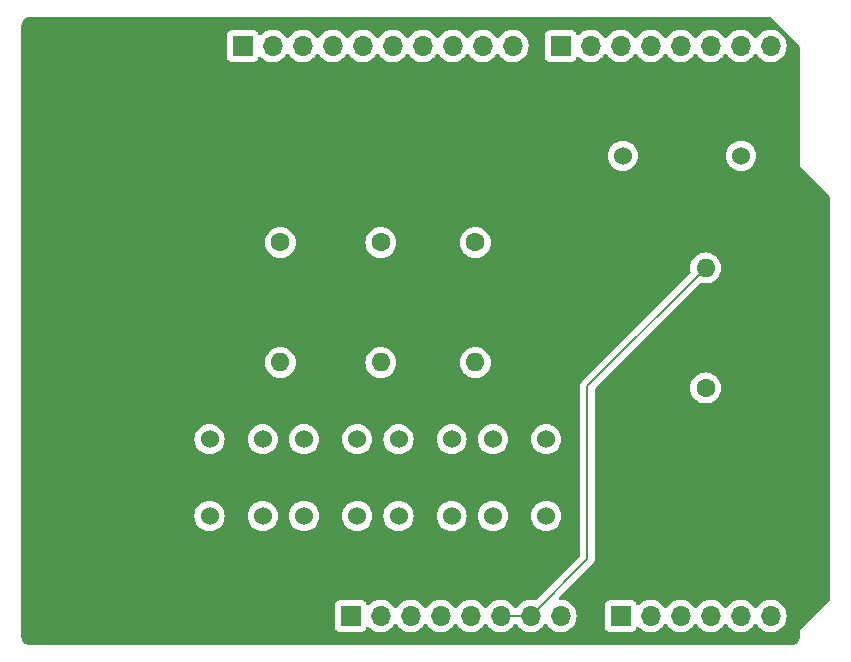
<source format=gbr>
%TF.GenerationSoftware,KiCad,Pcbnew,8.0.0*%
%TF.CreationDate,2024-04-21T11:23:51-04:00*%
%TF.ProjectId,7_keyboard_instrument,375f6b65-7962-46f6-9172-645f696e7374,rev?*%
%TF.SameCoordinates,Original*%
%TF.FileFunction,Copper,L2,Bot*%
%TF.FilePolarity,Positive*%
%FSLAX46Y46*%
G04 Gerber Fmt 4.6, Leading zero omitted, Abs format (unit mm)*
G04 Created by KiCad (PCBNEW 8.0.0) date 2024-04-21 11:23:51*
%MOMM*%
%LPD*%
G01*
G04 APERTURE LIST*
%TA.AperFunction,ComponentPad*%
%ADD10R,1.700000X1.700000*%
%TD*%
%TA.AperFunction,ComponentPad*%
%ADD11O,1.700000X1.700000*%
%TD*%
%TA.AperFunction,ComponentPad*%
%ADD12C,1.524000*%
%TD*%
%TA.AperFunction,ComponentPad*%
%ADD13C,1.600000*%
%TD*%
%TA.AperFunction,ComponentPad*%
%ADD14O,1.600000X1.600000*%
%TD*%
%TA.AperFunction,Conductor*%
%ADD15C,0.200000*%
%TD*%
%ADD16C,0.350000*%
G04 APERTURE END LIST*
D10*
%TO.P,J1,1,Pin_1*%
%TO.N,unconnected-(J1-Pin_1-Pad1)*%
X127940000Y-97460000D03*
D11*
%TO.P,J1,2,Pin_2*%
%TO.N,/IOREF*%
X130480000Y-97460000D03*
%TO.P,J1,3,Pin_3*%
%TO.N,/~{RESET}*%
X133020000Y-97460000D03*
%TO.P,J1,4,Pin_4*%
%TO.N,+3V3*%
X135560000Y-97460000D03*
%TO.P,J1,5,Pin_5*%
%TO.N,+5V*%
X138100000Y-97460000D03*
%TO.P,J1,6,Pin_6*%
%TO.N,GND*%
X140640000Y-97460000D03*
%TO.P,J1,7,Pin_7*%
X143180000Y-97460000D03*
%TO.P,J1,8,Pin_8*%
%TO.N,VCC*%
X145720000Y-97460000D03*
%TD*%
D10*
%TO.P,J3,1,Pin_1*%
%TO.N,/A0*%
X150800000Y-97460000D03*
D11*
%TO.P,J3,2,Pin_2*%
%TO.N,/A1*%
X153340000Y-97460000D03*
%TO.P,J3,3,Pin_3*%
%TO.N,/A2*%
X155880000Y-97460000D03*
%TO.P,J3,4,Pin_4*%
%TO.N,/A3*%
X158420000Y-97460000D03*
%TO.P,J3,5,Pin_5*%
%TO.N,/SDA{slash}A4*%
X160960000Y-97460000D03*
%TO.P,J3,6,Pin_6*%
%TO.N,/SCL{slash}A5*%
X163500000Y-97460000D03*
%TD*%
D10*
%TO.P,J2,1,Pin_1*%
%TO.N,/SCL{slash}A5*%
X118796000Y-49200000D03*
D11*
%TO.P,J2,2,Pin_2*%
%TO.N,/SDA{slash}A4*%
X121336000Y-49200000D03*
%TO.P,J2,3,Pin_3*%
%TO.N,/AREF*%
X123876000Y-49200000D03*
%TO.P,J2,4,Pin_4*%
%TO.N,GND*%
X126416000Y-49200000D03*
%TO.P,J2,5,Pin_5*%
%TO.N,/13*%
X128956000Y-49200000D03*
%TO.P,J2,6,Pin_6*%
%TO.N,/12*%
X131496000Y-49200000D03*
%TO.P,J2,7,Pin_7*%
%TO.N,/\u002A11*%
X134036000Y-49200000D03*
%TO.P,J2,8,Pin_8*%
%TO.N,/\u002A10*%
X136576000Y-49200000D03*
%TO.P,J2,9,Pin_9*%
%TO.N,/\u002A9*%
X139116000Y-49200000D03*
%TO.P,J2,10,Pin_10*%
%TO.N,/8*%
X141656000Y-49200000D03*
%TD*%
D10*
%TO.P,J4,1,Pin_1*%
%TO.N,/7*%
X145720000Y-49200000D03*
D11*
%TO.P,J4,2,Pin_2*%
%TO.N,/\u002A6*%
X148260000Y-49200000D03*
%TO.P,J4,3,Pin_3*%
%TO.N,/\u002A5*%
X150800000Y-49200000D03*
%TO.P,J4,4,Pin_4*%
%TO.N,/4*%
X153340000Y-49200000D03*
%TO.P,J4,5,Pin_5*%
%TO.N,/\u002A3*%
X155880000Y-49200000D03*
%TO.P,J4,6,Pin_6*%
%TO.N,/2*%
X158420000Y-49200000D03*
%TO.P,J4,7,Pin_7*%
%TO.N,/TX{slash}1*%
X160960000Y-49200000D03*
%TO.P,J4,8,Pin_8*%
%TO.N,/RX{slash}0*%
X163500000Y-49200000D03*
%TD*%
D12*
%TO.P,SW2,1,1*%
%TO.N,/A0*%
X124000000Y-89000000D03*
%TO.P,SW2,2,2*%
%TO.N,Net-(R1-Pad2)*%
X124000000Y-82500000D03*
%TO.P,SW2,3*%
%TO.N,N/C*%
X128500000Y-82500000D03*
%TO.P,SW2,4*%
X128500000Y-89000000D03*
%TD*%
%TO.P,SW4,1,1*%
%TO.N,/A0*%
X140000000Y-89000000D03*
%TO.P,SW4,2,2*%
%TO.N,Net-(R3-Pad2)*%
X140000000Y-82500000D03*
%TO.P,SW4,3*%
%TO.N,N/C*%
X144500000Y-82500000D03*
%TO.P,SW4,4*%
X144500000Y-89000000D03*
%TD*%
%TO.P,SW1,1,1*%
%TO.N,/A0*%
X116000000Y-89000000D03*
%TO.P,SW1,2,2*%
%TO.N,+5V*%
X116000000Y-82500000D03*
%TO.P,SW1,3*%
%TO.N,N/C*%
X120500000Y-82500000D03*
%TO.P,SW1,4*%
X120500000Y-89000000D03*
%TD*%
D13*
%TO.P,R4,1*%
%TO.N,/A0*%
X158000000Y-78160000D03*
D14*
%TO.P,R4,2*%
%TO.N,GND*%
X158000000Y-68000000D03*
%TD*%
D12*
%TO.P,SW3,1,1*%
%TO.N,/A0*%
X132000000Y-89000000D03*
%TO.P,SW3,2,2*%
%TO.N,Net-(R2-Pad2)*%
X132000000Y-82500000D03*
%TO.P,SW3,3*%
%TO.N,N/C*%
X136500000Y-82500000D03*
%TO.P,SW3,4*%
X136500000Y-89000000D03*
%TD*%
%TO.P,LS1,1,1*%
%TO.N,/8*%
X151000000Y-58500000D03*
%TO.P,LS1,2,2*%
%TO.N,GND*%
X161000000Y-58500000D03*
%TD*%
D13*
%TO.P,R1,1*%
%TO.N,+5V*%
X122000000Y-65840000D03*
D14*
%TO.P,R1,2*%
%TO.N,Net-(R1-Pad2)*%
X122000000Y-76000000D03*
%TD*%
D13*
%TO.P,R3,1*%
%TO.N,+5V*%
X138500000Y-65840000D03*
D14*
%TO.P,R3,2*%
%TO.N,Net-(R3-Pad2)*%
X138500000Y-76000000D03*
%TD*%
D13*
%TO.P,R2,1*%
%TO.N,+5V*%
X130500000Y-65840000D03*
D14*
%TO.P,R2,2*%
%TO.N,Net-(R2-Pad2)*%
X130500000Y-76000000D03*
%TD*%
D15*
%TO.N,GND*%
X148000000Y-92640000D02*
X143180000Y-97460000D01*
X158000000Y-68000000D02*
X148000000Y-78000000D01*
X140640000Y-97460000D02*
X143180000Y-97460000D01*
X148000000Y-78000000D02*
X148000000Y-92640000D01*
%TD*%
%TA.AperFunction,NonConductor*%
G36*
X163484404Y-46755185D02*
G01*
X163505046Y-46771819D01*
X165928181Y-49194954D01*
X165961666Y-49256277D01*
X165964500Y-49282635D01*
X165964500Y-59344982D01*
X165964500Y-59375018D01*
X165975994Y-59402767D01*
X165975995Y-59402768D01*
X168468181Y-61894954D01*
X168501666Y-61956277D01*
X168504500Y-61982635D01*
X168504500Y-96107364D01*
X168484815Y-96174403D01*
X168468181Y-96195045D01*
X165997233Y-98665994D01*
X165975995Y-98687231D01*
X165964500Y-98714982D01*
X165964500Y-99231907D01*
X165963903Y-99244062D01*
X165952505Y-99359778D01*
X165947763Y-99383618D01*
X165917832Y-99482290D01*
X165915789Y-99489024D01*
X165906486Y-99511482D01*
X165854561Y-99608627D01*
X165841056Y-99628839D01*
X165771176Y-99713988D01*
X165753988Y-99731176D01*
X165668839Y-99801056D01*
X165648627Y-99814561D01*
X165551482Y-99866486D01*
X165529028Y-99875787D01*
X165487028Y-99888528D01*
X165423618Y-99907763D01*
X165399778Y-99912505D01*
X165291162Y-99923203D01*
X165284060Y-99923903D01*
X165271907Y-99924500D01*
X100768093Y-99924500D01*
X100755939Y-99923903D01*
X100747995Y-99923120D01*
X100640221Y-99912505D01*
X100616381Y-99907763D01*
X100599445Y-99902625D01*
X100510968Y-99875786D01*
X100488517Y-99866486D01*
X100391372Y-99814561D01*
X100371160Y-99801056D01*
X100286011Y-99731176D01*
X100268823Y-99713988D01*
X100198943Y-99628839D01*
X100185438Y-99608627D01*
X100133510Y-99511476D01*
X100124215Y-99489037D01*
X100092234Y-99383612D01*
X100087494Y-99359777D01*
X100076097Y-99244061D01*
X100075500Y-99231907D01*
X100075500Y-98358654D01*
X126581500Y-98358654D01*
X126588011Y-98419202D01*
X126588011Y-98419204D01*
X126639111Y-98556204D01*
X126726739Y-98673261D01*
X126843796Y-98760889D01*
X126980799Y-98811989D01*
X127008050Y-98814918D01*
X127041345Y-98818499D01*
X127041362Y-98818500D01*
X128838638Y-98818500D01*
X128838654Y-98818499D01*
X128865692Y-98815591D01*
X128899201Y-98811989D01*
X129036204Y-98760889D01*
X129153261Y-98673261D01*
X129240889Y-98556204D01*
X129286138Y-98434887D01*
X129328009Y-98378956D01*
X129393474Y-98354539D01*
X129461746Y-98369391D01*
X129493545Y-98394236D01*
X129556760Y-98462906D01*
X129734424Y-98601189D01*
X129734425Y-98601189D01*
X129734427Y-98601191D01*
X129861135Y-98669761D01*
X129932426Y-98708342D01*
X130145365Y-98781444D01*
X130367431Y-98818500D01*
X130592569Y-98818500D01*
X130814635Y-98781444D01*
X131027574Y-98708342D01*
X131225576Y-98601189D01*
X131403240Y-98462906D01*
X131555722Y-98297268D01*
X131646193Y-98158790D01*
X131699338Y-98113437D01*
X131768569Y-98104013D01*
X131831905Y-98133515D01*
X131853804Y-98158787D01*
X131944278Y-98297268D01*
X131944283Y-98297273D01*
X131944284Y-98297276D01*
X132070968Y-98434889D01*
X132096760Y-98462906D01*
X132274424Y-98601189D01*
X132274425Y-98601189D01*
X132274427Y-98601191D01*
X132401135Y-98669761D01*
X132472426Y-98708342D01*
X132685365Y-98781444D01*
X132907431Y-98818500D01*
X133132569Y-98818500D01*
X133354635Y-98781444D01*
X133567574Y-98708342D01*
X133765576Y-98601189D01*
X133943240Y-98462906D01*
X134095722Y-98297268D01*
X134186193Y-98158790D01*
X134239338Y-98113437D01*
X134308569Y-98104013D01*
X134371905Y-98133515D01*
X134393804Y-98158787D01*
X134484278Y-98297268D01*
X134484283Y-98297273D01*
X134484284Y-98297276D01*
X134610968Y-98434889D01*
X134636760Y-98462906D01*
X134814424Y-98601189D01*
X134814425Y-98601189D01*
X134814427Y-98601191D01*
X134941135Y-98669761D01*
X135012426Y-98708342D01*
X135225365Y-98781444D01*
X135447431Y-98818500D01*
X135672569Y-98818500D01*
X135894635Y-98781444D01*
X136107574Y-98708342D01*
X136305576Y-98601189D01*
X136483240Y-98462906D01*
X136635722Y-98297268D01*
X136726193Y-98158790D01*
X136779338Y-98113437D01*
X136848569Y-98104013D01*
X136911905Y-98133515D01*
X136933804Y-98158787D01*
X137024278Y-98297268D01*
X137024283Y-98297273D01*
X137024284Y-98297276D01*
X137150968Y-98434889D01*
X137176760Y-98462906D01*
X137354424Y-98601189D01*
X137354425Y-98601189D01*
X137354427Y-98601191D01*
X137481135Y-98669761D01*
X137552426Y-98708342D01*
X137765365Y-98781444D01*
X137987431Y-98818500D01*
X138212569Y-98818500D01*
X138434635Y-98781444D01*
X138647574Y-98708342D01*
X138845576Y-98601189D01*
X139023240Y-98462906D01*
X139175722Y-98297268D01*
X139266193Y-98158790D01*
X139319338Y-98113437D01*
X139388569Y-98104013D01*
X139451905Y-98133515D01*
X139473804Y-98158787D01*
X139564278Y-98297268D01*
X139564283Y-98297273D01*
X139564284Y-98297276D01*
X139690968Y-98434889D01*
X139716760Y-98462906D01*
X139894424Y-98601189D01*
X139894425Y-98601189D01*
X139894427Y-98601191D01*
X140021135Y-98669761D01*
X140092426Y-98708342D01*
X140305365Y-98781444D01*
X140527431Y-98818500D01*
X140752569Y-98818500D01*
X140974635Y-98781444D01*
X141187574Y-98708342D01*
X141385576Y-98601189D01*
X141563240Y-98462906D01*
X141715722Y-98297268D01*
X141806193Y-98158790D01*
X141859338Y-98113437D01*
X141928569Y-98104013D01*
X141991905Y-98133515D01*
X142013804Y-98158787D01*
X142104278Y-98297268D01*
X142104283Y-98297273D01*
X142104284Y-98297276D01*
X142230968Y-98434889D01*
X142256760Y-98462906D01*
X142434424Y-98601189D01*
X142434425Y-98601189D01*
X142434427Y-98601191D01*
X142561135Y-98669761D01*
X142632426Y-98708342D01*
X142845365Y-98781444D01*
X143067431Y-98818500D01*
X143292569Y-98818500D01*
X143514635Y-98781444D01*
X143727574Y-98708342D01*
X143925576Y-98601189D01*
X144103240Y-98462906D01*
X144255722Y-98297268D01*
X144346193Y-98158790D01*
X144399338Y-98113437D01*
X144468569Y-98104013D01*
X144531905Y-98133515D01*
X144553804Y-98158787D01*
X144644278Y-98297268D01*
X144644283Y-98297273D01*
X144644284Y-98297276D01*
X144770968Y-98434889D01*
X144796760Y-98462906D01*
X144974424Y-98601189D01*
X144974425Y-98601189D01*
X144974427Y-98601191D01*
X145101135Y-98669761D01*
X145172426Y-98708342D01*
X145385365Y-98781444D01*
X145607431Y-98818500D01*
X145832569Y-98818500D01*
X146054635Y-98781444D01*
X146267574Y-98708342D01*
X146465576Y-98601189D01*
X146643240Y-98462906D01*
X146739212Y-98358654D01*
X149441500Y-98358654D01*
X149448011Y-98419202D01*
X149448011Y-98419204D01*
X149499111Y-98556204D01*
X149586739Y-98673261D01*
X149703796Y-98760889D01*
X149840799Y-98811989D01*
X149868050Y-98814918D01*
X149901345Y-98818499D01*
X149901362Y-98818500D01*
X151698638Y-98818500D01*
X151698654Y-98818499D01*
X151725692Y-98815591D01*
X151759201Y-98811989D01*
X151896204Y-98760889D01*
X152013261Y-98673261D01*
X152100889Y-98556204D01*
X152146138Y-98434887D01*
X152188009Y-98378956D01*
X152253474Y-98354539D01*
X152321746Y-98369391D01*
X152353545Y-98394236D01*
X152416760Y-98462906D01*
X152594424Y-98601189D01*
X152594425Y-98601189D01*
X152594427Y-98601191D01*
X152721135Y-98669761D01*
X152792426Y-98708342D01*
X153005365Y-98781444D01*
X153227431Y-98818500D01*
X153452569Y-98818500D01*
X153674635Y-98781444D01*
X153887574Y-98708342D01*
X154085576Y-98601189D01*
X154263240Y-98462906D01*
X154415722Y-98297268D01*
X154506193Y-98158790D01*
X154559338Y-98113437D01*
X154628569Y-98104013D01*
X154691905Y-98133515D01*
X154713804Y-98158787D01*
X154804278Y-98297268D01*
X154804283Y-98297273D01*
X154804284Y-98297276D01*
X154930968Y-98434889D01*
X154956760Y-98462906D01*
X155134424Y-98601189D01*
X155134425Y-98601189D01*
X155134427Y-98601191D01*
X155261135Y-98669761D01*
X155332426Y-98708342D01*
X155545365Y-98781444D01*
X155767431Y-98818500D01*
X155992569Y-98818500D01*
X156214635Y-98781444D01*
X156427574Y-98708342D01*
X156625576Y-98601189D01*
X156803240Y-98462906D01*
X156955722Y-98297268D01*
X157046193Y-98158790D01*
X157099338Y-98113437D01*
X157168569Y-98104013D01*
X157231905Y-98133515D01*
X157253804Y-98158787D01*
X157344278Y-98297268D01*
X157344283Y-98297273D01*
X157344284Y-98297276D01*
X157470968Y-98434889D01*
X157496760Y-98462906D01*
X157674424Y-98601189D01*
X157674425Y-98601189D01*
X157674427Y-98601191D01*
X157801135Y-98669761D01*
X157872426Y-98708342D01*
X158085365Y-98781444D01*
X158307431Y-98818500D01*
X158532569Y-98818500D01*
X158754635Y-98781444D01*
X158967574Y-98708342D01*
X159165576Y-98601189D01*
X159343240Y-98462906D01*
X159495722Y-98297268D01*
X159586193Y-98158790D01*
X159639338Y-98113437D01*
X159708569Y-98104013D01*
X159771905Y-98133515D01*
X159793804Y-98158787D01*
X159884278Y-98297268D01*
X159884283Y-98297273D01*
X159884284Y-98297276D01*
X160010968Y-98434889D01*
X160036760Y-98462906D01*
X160214424Y-98601189D01*
X160214425Y-98601189D01*
X160214427Y-98601191D01*
X160341135Y-98669761D01*
X160412426Y-98708342D01*
X160625365Y-98781444D01*
X160847431Y-98818500D01*
X161072569Y-98818500D01*
X161294635Y-98781444D01*
X161507574Y-98708342D01*
X161705576Y-98601189D01*
X161883240Y-98462906D01*
X162035722Y-98297268D01*
X162126193Y-98158790D01*
X162179338Y-98113437D01*
X162248569Y-98104013D01*
X162311905Y-98133515D01*
X162333804Y-98158787D01*
X162424278Y-98297268D01*
X162424283Y-98297273D01*
X162424284Y-98297276D01*
X162550968Y-98434889D01*
X162576760Y-98462906D01*
X162754424Y-98601189D01*
X162754425Y-98601189D01*
X162754427Y-98601191D01*
X162881135Y-98669761D01*
X162952426Y-98708342D01*
X163165365Y-98781444D01*
X163387431Y-98818500D01*
X163612569Y-98818500D01*
X163834635Y-98781444D01*
X164047574Y-98708342D01*
X164245576Y-98601189D01*
X164423240Y-98462906D01*
X164575722Y-98297268D01*
X164698860Y-98108791D01*
X164789296Y-97902616D01*
X164844564Y-97684368D01*
X164863156Y-97460000D01*
X164844564Y-97235632D01*
X164789296Y-97017384D01*
X164698860Y-96811209D01*
X164682706Y-96786484D01*
X164575723Y-96622734D01*
X164575715Y-96622723D01*
X164423243Y-96457097D01*
X164423238Y-96457092D01*
X164245577Y-96318812D01*
X164245572Y-96318808D01*
X164047580Y-96211661D01*
X164047577Y-96211659D01*
X164047574Y-96211658D01*
X164047571Y-96211657D01*
X164047569Y-96211656D01*
X163834637Y-96138556D01*
X163612569Y-96101500D01*
X163387431Y-96101500D01*
X163165362Y-96138556D01*
X162952430Y-96211656D01*
X162952419Y-96211661D01*
X162754427Y-96318808D01*
X162754422Y-96318812D01*
X162576761Y-96457092D01*
X162576756Y-96457097D01*
X162424284Y-96622723D01*
X162424276Y-96622734D01*
X162333808Y-96761206D01*
X162280662Y-96806562D01*
X162211431Y-96815986D01*
X162148095Y-96786484D01*
X162126192Y-96761206D01*
X162035723Y-96622734D01*
X162035715Y-96622723D01*
X161883243Y-96457097D01*
X161883238Y-96457092D01*
X161705577Y-96318812D01*
X161705572Y-96318808D01*
X161507580Y-96211661D01*
X161507577Y-96211659D01*
X161507574Y-96211658D01*
X161507571Y-96211657D01*
X161507569Y-96211656D01*
X161294637Y-96138556D01*
X161072569Y-96101500D01*
X160847431Y-96101500D01*
X160625362Y-96138556D01*
X160412430Y-96211656D01*
X160412419Y-96211661D01*
X160214427Y-96318808D01*
X160214422Y-96318812D01*
X160036761Y-96457092D01*
X160036756Y-96457097D01*
X159884284Y-96622723D01*
X159884276Y-96622734D01*
X159793808Y-96761206D01*
X159740662Y-96806562D01*
X159671431Y-96815986D01*
X159608095Y-96786484D01*
X159586192Y-96761206D01*
X159495723Y-96622734D01*
X159495715Y-96622723D01*
X159343243Y-96457097D01*
X159343238Y-96457092D01*
X159165577Y-96318812D01*
X159165572Y-96318808D01*
X158967580Y-96211661D01*
X158967577Y-96211659D01*
X158967574Y-96211658D01*
X158967571Y-96211657D01*
X158967569Y-96211656D01*
X158754637Y-96138556D01*
X158532569Y-96101500D01*
X158307431Y-96101500D01*
X158085362Y-96138556D01*
X157872430Y-96211656D01*
X157872419Y-96211661D01*
X157674427Y-96318808D01*
X157674422Y-96318812D01*
X157496761Y-96457092D01*
X157496756Y-96457097D01*
X157344284Y-96622723D01*
X157344276Y-96622734D01*
X157253808Y-96761206D01*
X157200662Y-96806562D01*
X157131431Y-96815986D01*
X157068095Y-96786484D01*
X157046192Y-96761206D01*
X156955723Y-96622734D01*
X156955715Y-96622723D01*
X156803243Y-96457097D01*
X156803238Y-96457092D01*
X156625577Y-96318812D01*
X156625572Y-96318808D01*
X156427580Y-96211661D01*
X156427577Y-96211659D01*
X156427574Y-96211658D01*
X156427571Y-96211657D01*
X156427569Y-96211656D01*
X156214637Y-96138556D01*
X155992569Y-96101500D01*
X155767431Y-96101500D01*
X155545362Y-96138556D01*
X155332430Y-96211656D01*
X155332419Y-96211661D01*
X155134427Y-96318808D01*
X155134422Y-96318812D01*
X154956761Y-96457092D01*
X154956756Y-96457097D01*
X154804284Y-96622723D01*
X154804276Y-96622734D01*
X154713808Y-96761206D01*
X154660662Y-96806562D01*
X154591431Y-96815986D01*
X154528095Y-96786484D01*
X154506192Y-96761206D01*
X154415723Y-96622734D01*
X154415715Y-96622723D01*
X154263243Y-96457097D01*
X154263238Y-96457092D01*
X154085577Y-96318812D01*
X154085572Y-96318808D01*
X153887580Y-96211661D01*
X153887577Y-96211659D01*
X153887574Y-96211658D01*
X153887571Y-96211657D01*
X153887569Y-96211656D01*
X153674637Y-96138556D01*
X153452569Y-96101500D01*
X153227431Y-96101500D01*
X153005362Y-96138556D01*
X152792430Y-96211656D01*
X152792419Y-96211661D01*
X152594427Y-96318808D01*
X152594422Y-96318812D01*
X152416761Y-96457092D01*
X152353548Y-96525760D01*
X152293661Y-96561750D01*
X152223823Y-96559649D01*
X152166207Y-96520124D01*
X152146138Y-96485110D01*
X152100889Y-96363796D01*
X152067214Y-96318812D01*
X152013261Y-96246739D01*
X151896204Y-96159111D01*
X151870635Y-96149574D01*
X151759203Y-96108011D01*
X151698654Y-96101500D01*
X151698638Y-96101500D01*
X149901362Y-96101500D01*
X149901345Y-96101500D01*
X149840797Y-96108011D01*
X149840795Y-96108011D01*
X149703795Y-96159111D01*
X149586739Y-96246739D01*
X149499111Y-96363795D01*
X149448011Y-96500795D01*
X149448011Y-96500797D01*
X149441500Y-96561345D01*
X149441500Y-98358654D01*
X146739212Y-98358654D01*
X146795722Y-98297268D01*
X146918860Y-98108791D01*
X147009296Y-97902616D01*
X147064564Y-97684368D01*
X147083156Y-97460000D01*
X147064564Y-97235632D01*
X147009296Y-97017384D01*
X146918860Y-96811209D01*
X146902706Y-96786484D01*
X146795723Y-96622734D01*
X146795715Y-96622723D01*
X146643243Y-96457097D01*
X146643238Y-96457092D01*
X146465577Y-96318812D01*
X146465572Y-96318808D01*
X146267580Y-96211661D01*
X146267577Y-96211659D01*
X146267574Y-96211658D01*
X146267571Y-96211657D01*
X146267569Y-96211656D01*
X146054637Y-96138556D01*
X145832569Y-96101500D01*
X145698410Y-96101500D01*
X145631371Y-96081815D01*
X145585616Y-96029011D01*
X145575672Y-95959853D01*
X145604697Y-95896297D01*
X145610729Y-95889819D01*
X148486921Y-93013628D01*
X148567031Y-92874873D01*
X148567032Y-92874872D01*
X148608500Y-92720111D01*
X148608500Y-78303410D01*
X148628185Y-78236371D01*
X148644814Y-78215734D01*
X148700547Y-78160001D01*
X156686502Y-78160001D01*
X156706456Y-78388081D01*
X156706457Y-78388089D01*
X156765714Y-78609238D01*
X156765718Y-78609249D01*
X156862475Y-78816745D01*
X156862477Y-78816749D01*
X156993802Y-79004300D01*
X157155700Y-79166198D01*
X157343251Y-79297523D01*
X157468091Y-79355736D01*
X157550750Y-79394281D01*
X157550752Y-79394281D01*
X157550757Y-79394284D01*
X157771913Y-79453543D01*
X157934832Y-79467796D01*
X157999998Y-79473498D01*
X158000000Y-79473498D01*
X158000002Y-79473498D01*
X158057021Y-79468509D01*
X158228087Y-79453543D01*
X158449243Y-79394284D01*
X158656749Y-79297523D01*
X158844300Y-79166198D01*
X159006198Y-79004300D01*
X159137523Y-78816749D01*
X159234284Y-78609243D01*
X159293543Y-78388087D01*
X159313498Y-78160000D01*
X159293543Y-77931913D01*
X159234284Y-77710757D01*
X159137523Y-77503251D01*
X159006198Y-77315700D01*
X158844300Y-77153802D01*
X158656749Y-77022477D01*
X158656745Y-77022475D01*
X158449249Y-76925718D01*
X158449238Y-76925714D01*
X158228089Y-76866457D01*
X158228081Y-76866456D01*
X158000002Y-76846502D01*
X157999998Y-76846502D01*
X157771918Y-76866456D01*
X157771910Y-76866457D01*
X157550761Y-76925714D01*
X157550750Y-76925718D01*
X157343254Y-77022475D01*
X157343252Y-77022476D01*
X157343251Y-77022477D01*
X157155700Y-77153802D01*
X157155698Y-77153803D01*
X157155695Y-77153806D01*
X156993806Y-77315695D01*
X156862476Y-77503252D01*
X156862475Y-77503254D01*
X156765718Y-77710750D01*
X156765714Y-77710761D01*
X156706457Y-77931910D01*
X156706456Y-77931918D01*
X156686502Y-78159998D01*
X156686502Y-78160001D01*
X148700547Y-78160001D01*
X157559686Y-69300861D01*
X157621007Y-69267378D01*
X157679457Y-69268768D01*
X157771913Y-69293543D01*
X157847942Y-69300194D01*
X157999998Y-69313498D01*
X158000000Y-69313498D01*
X158000002Y-69313498D01*
X158057021Y-69308509D01*
X158228087Y-69293543D01*
X158449243Y-69234284D01*
X158656749Y-69137523D01*
X158844300Y-69006198D01*
X159006198Y-68844300D01*
X159137523Y-68656749D01*
X159234284Y-68449243D01*
X159293543Y-68228087D01*
X159313498Y-68000000D01*
X159293543Y-67771913D01*
X159234284Y-67550757D01*
X159137523Y-67343251D01*
X159006198Y-67155700D01*
X158844300Y-66993802D01*
X158656749Y-66862477D01*
X158656745Y-66862475D01*
X158449249Y-66765718D01*
X158449238Y-66765714D01*
X158228089Y-66706457D01*
X158228081Y-66706456D01*
X158000002Y-66686502D01*
X157999998Y-66686502D01*
X157771918Y-66706456D01*
X157771910Y-66706457D01*
X157550761Y-66765714D01*
X157550750Y-66765718D01*
X157343254Y-66862475D01*
X157343252Y-66862476D01*
X157343251Y-66862477D01*
X157155700Y-66993802D01*
X157155698Y-66993803D01*
X157155695Y-66993806D01*
X156993806Y-67155695D01*
X156862476Y-67343252D01*
X156862475Y-67343254D01*
X156765718Y-67550750D01*
X156765714Y-67550761D01*
X156706457Y-67771910D01*
X156706456Y-67771918D01*
X156686502Y-67999998D01*
X156686502Y-68000001D01*
X156706456Y-68228081D01*
X156706458Y-68228092D01*
X156731229Y-68320540D01*
X156729566Y-68390390D01*
X156699135Y-68440314D01*
X147513080Y-77626370D01*
X147513076Y-77626376D01*
X147432967Y-77765126D01*
X147432968Y-77765126D01*
X147432968Y-77765127D01*
X147391500Y-77919889D01*
X147391500Y-92336588D01*
X147371815Y-92403627D01*
X147355181Y-92424269D01*
X143663360Y-96116089D01*
X143602037Y-96149574D01*
X143535420Y-96145690D01*
X143514638Y-96138556D01*
X143292569Y-96101500D01*
X143067431Y-96101500D01*
X142845362Y-96138556D01*
X142632430Y-96211656D01*
X142632419Y-96211661D01*
X142434427Y-96318808D01*
X142434422Y-96318812D01*
X142256761Y-96457092D01*
X142256756Y-96457097D01*
X142104284Y-96622723D01*
X142104276Y-96622734D01*
X142013808Y-96761206D01*
X141960662Y-96806562D01*
X141891431Y-96815986D01*
X141828095Y-96786484D01*
X141806192Y-96761206D01*
X141715723Y-96622734D01*
X141715715Y-96622723D01*
X141563243Y-96457097D01*
X141563238Y-96457092D01*
X141385577Y-96318812D01*
X141385572Y-96318808D01*
X141187580Y-96211661D01*
X141187577Y-96211659D01*
X141187574Y-96211658D01*
X141187571Y-96211657D01*
X141187569Y-96211656D01*
X140974637Y-96138556D01*
X140752569Y-96101500D01*
X140527431Y-96101500D01*
X140305362Y-96138556D01*
X140092430Y-96211656D01*
X140092419Y-96211661D01*
X139894427Y-96318808D01*
X139894422Y-96318812D01*
X139716761Y-96457092D01*
X139716756Y-96457097D01*
X139564284Y-96622723D01*
X139564276Y-96622734D01*
X139473808Y-96761206D01*
X139420662Y-96806562D01*
X139351431Y-96815986D01*
X139288095Y-96786484D01*
X139266192Y-96761206D01*
X139175723Y-96622734D01*
X139175715Y-96622723D01*
X139023243Y-96457097D01*
X139023238Y-96457092D01*
X138845577Y-96318812D01*
X138845572Y-96318808D01*
X138647580Y-96211661D01*
X138647577Y-96211659D01*
X138647574Y-96211658D01*
X138647571Y-96211657D01*
X138647569Y-96211656D01*
X138434637Y-96138556D01*
X138212569Y-96101500D01*
X137987431Y-96101500D01*
X137765362Y-96138556D01*
X137552430Y-96211656D01*
X137552419Y-96211661D01*
X137354427Y-96318808D01*
X137354422Y-96318812D01*
X137176761Y-96457092D01*
X137176756Y-96457097D01*
X137024284Y-96622723D01*
X137024276Y-96622734D01*
X136933808Y-96761206D01*
X136880662Y-96806562D01*
X136811431Y-96815986D01*
X136748095Y-96786484D01*
X136726192Y-96761206D01*
X136635723Y-96622734D01*
X136635715Y-96622723D01*
X136483243Y-96457097D01*
X136483238Y-96457092D01*
X136305577Y-96318812D01*
X136305572Y-96318808D01*
X136107580Y-96211661D01*
X136107577Y-96211659D01*
X136107574Y-96211658D01*
X136107571Y-96211657D01*
X136107569Y-96211656D01*
X135894637Y-96138556D01*
X135672569Y-96101500D01*
X135447431Y-96101500D01*
X135225362Y-96138556D01*
X135012430Y-96211656D01*
X135012419Y-96211661D01*
X134814427Y-96318808D01*
X134814422Y-96318812D01*
X134636761Y-96457092D01*
X134636756Y-96457097D01*
X134484284Y-96622723D01*
X134484276Y-96622734D01*
X134393808Y-96761206D01*
X134340662Y-96806562D01*
X134271431Y-96815986D01*
X134208095Y-96786484D01*
X134186192Y-96761206D01*
X134095723Y-96622734D01*
X134095715Y-96622723D01*
X133943243Y-96457097D01*
X133943238Y-96457092D01*
X133765577Y-96318812D01*
X133765572Y-96318808D01*
X133567580Y-96211661D01*
X133567577Y-96211659D01*
X133567574Y-96211658D01*
X133567571Y-96211657D01*
X133567569Y-96211656D01*
X133354637Y-96138556D01*
X133132569Y-96101500D01*
X132907431Y-96101500D01*
X132685362Y-96138556D01*
X132472430Y-96211656D01*
X132472419Y-96211661D01*
X132274427Y-96318808D01*
X132274422Y-96318812D01*
X132096761Y-96457092D01*
X132096756Y-96457097D01*
X131944284Y-96622723D01*
X131944276Y-96622734D01*
X131853808Y-96761206D01*
X131800662Y-96806562D01*
X131731431Y-96815986D01*
X131668095Y-96786484D01*
X131646192Y-96761206D01*
X131555723Y-96622734D01*
X131555715Y-96622723D01*
X131403243Y-96457097D01*
X131403238Y-96457092D01*
X131225577Y-96318812D01*
X131225572Y-96318808D01*
X131027580Y-96211661D01*
X131027577Y-96211659D01*
X131027574Y-96211658D01*
X131027571Y-96211657D01*
X131027569Y-96211656D01*
X130814637Y-96138556D01*
X130592569Y-96101500D01*
X130367431Y-96101500D01*
X130145362Y-96138556D01*
X129932430Y-96211656D01*
X129932419Y-96211661D01*
X129734427Y-96318808D01*
X129734422Y-96318812D01*
X129556761Y-96457092D01*
X129493548Y-96525760D01*
X129433661Y-96561750D01*
X129363823Y-96559649D01*
X129306207Y-96520124D01*
X129286138Y-96485110D01*
X129240889Y-96363796D01*
X129207214Y-96318812D01*
X129153261Y-96246739D01*
X129036204Y-96159111D01*
X129010635Y-96149574D01*
X128899203Y-96108011D01*
X128838654Y-96101500D01*
X128838638Y-96101500D01*
X127041362Y-96101500D01*
X127041345Y-96101500D01*
X126980797Y-96108011D01*
X126980795Y-96108011D01*
X126843795Y-96159111D01*
X126726739Y-96246739D01*
X126639111Y-96363795D01*
X126588011Y-96500795D01*
X126588011Y-96500797D01*
X126581500Y-96561345D01*
X126581500Y-98358654D01*
X100075500Y-98358654D01*
X100075500Y-89000002D01*
X114724647Y-89000002D01*
X114744021Y-89221457D01*
X114744022Y-89221465D01*
X114801558Y-89436191D01*
X114801559Y-89436193D01*
X114801560Y-89436196D01*
X114848536Y-89536936D01*
X114895511Y-89637676D01*
X114895512Y-89637677D01*
X115023023Y-89819781D01*
X115180219Y-89976977D01*
X115362323Y-90104488D01*
X115563804Y-90198440D01*
X115778537Y-90255978D01*
X115936724Y-90269817D01*
X115999998Y-90275353D01*
X116000000Y-90275353D01*
X116000002Y-90275353D01*
X116055365Y-90270509D01*
X116221463Y-90255978D01*
X116436196Y-90198440D01*
X116637677Y-90104488D01*
X116819781Y-89976977D01*
X116976977Y-89819781D01*
X117104488Y-89637677D01*
X117198440Y-89436196D01*
X117255978Y-89221463D01*
X117275353Y-89000002D01*
X119224647Y-89000002D01*
X119244021Y-89221457D01*
X119244022Y-89221465D01*
X119301558Y-89436191D01*
X119301559Y-89436193D01*
X119301560Y-89436196D01*
X119348536Y-89536936D01*
X119395511Y-89637676D01*
X119395512Y-89637677D01*
X119523023Y-89819781D01*
X119680219Y-89976977D01*
X119862323Y-90104488D01*
X120063804Y-90198440D01*
X120278537Y-90255978D01*
X120436724Y-90269817D01*
X120499998Y-90275353D01*
X120500000Y-90275353D01*
X120500002Y-90275353D01*
X120555365Y-90270509D01*
X120721463Y-90255978D01*
X120936196Y-90198440D01*
X121137677Y-90104488D01*
X121319781Y-89976977D01*
X121476977Y-89819781D01*
X121604488Y-89637677D01*
X121698440Y-89436196D01*
X121755978Y-89221463D01*
X121775353Y-89000002D01*
X122724647Y-89000002D01*
X122744021Y-89221457D01*
X122744022Y-89221465D01*
X122801558Y-89436191D01*
X122801559Y-89436193D01*
X122801560Y-89436196D01*
X122848536Y-89536936D01*
X122895511Y-89637676D01*
X122895512Y-89637677D01*
X123023023Y-89819781D01*
X123180219Y-89976977D01*
X123362323Y-90104488D01*
X123563804Y-90198440D01*
X123778537Y-90255978D01*
X123936724Y-90269817D01*
X123999998Y-90275353D01*
X124000000Y-90275353D01*
X124000002Y-90275353D01*
X124055365Y-90270509D01*
X124221463Y-90255978D01*
X124436196Y-90198440D01*
X124637677Y-90104488D01*
X124819781Y-89976977D01*
X124976977Y-89819781D01*
X125104488Y-89637677D01*
X125198440Y-89436196D01*
X125255978Y-89221463D01*
X125275353Y-89000002D01*
X127224647Y-89000002D01*
X127244021Y-89221457D01*
X127244022Y-89221465D01*
X127301558Y-89436191D01*
X127301559Y-89436193D01*
X127301560Y-89436196D01*
X127348536Y-89536936D01*
X127395511Y-89637676D01*
X127395512Y-89637677D01*
X127523023Y-89819781D01*
X127680219Y-89976977D01*
X127862323Y-90104488D01*
X128063804Y-90198440D01*
X128278537Y-90255978D01*
X128436724Y-90269817D01*
X128499998Y-90275353D01*
X128500000Y-90275353D01*
X128500002Y-90275353D01*
X128555365Y-90270509D01*
X128721463Y-90255978D01*
X128936196Y-90198440D01*
X129137677Y-90104488D01*
X129319781Y-89976977D01*
X129476977Y-89819781D01*
X129604488Y-89637677D01*
X129698440Y-89436196D01*
X129755978Y-89221463D01*
X129775353Y-89000002D01*
X130724647Y-89000002D01*
X130744021Y-89221457D01*
X130744022Y-89221465D01*
X130801558Y-89436191D01*
X130801559Y-89436193D01*
X130801560Y-89436196D01*
X130848536Y-89536936D01*
X130895511Y-89637676D01*
X130895512Y-89637677D01*
X131023023Y-89819781D01*
X131180219Y-89976977D01*
X131362323Y-90104488D01*
X131563804Y-90198440D01*
X131778537Y-90255978D01*
X131936724Y-90269817D01*
X131999998Y-90275353D01*
X132000000Y-90275353D01*
X132000002Y-90275353D01*
X132055365Y-90270509D01*
X132221463Y-90255978D01*
X132436196Y-90198440D01*
X132637677Y-90104488D01*
X132819781Y-89976977D01*
X132976977Y-89819781D01*
X133104488Y-89637677D01*
X133198440Y-89436196D01*
X133255978Y-89221463D01*
X133275353Y-89000002D01*
X135224647Y-89000002D01*
X135244021Y-89221457D01*
X135244022Y-89221465D01*
X135301558Y-89436191D01*
X135301559Y-89436193D01*
X135301560Y-89436196D01*
X135348536Y-89536936D01*
X135395511Y-89637676D01*
X135395512Y-89637677D01*
X135523023Y-89819781D01*
X135680219Y-89976977D01*
X135862323Y-90104488D01*
X136063804Y-90198440D01*
X136278537Y-90255978D01*
X136436724Y-90269817D01*
X136499998Y-90275353D01*
X136500000Y-90275353D01*
X136500002Y-90275353D01*
X136555365Y-90270509D01*
X136721463Y-90255978D01*
X136936196Y-90198440D01*
X137137677Y-90104488D01*
X137319781Y-89976977D01*
X137476977Y-89819781D01*
X137604488Y-89637677D01*
X137698440Y-89436196D01*
X137755978Y-89221463D01*
X137775353Y-89000002D01*
X138724647Y-89000002D01*
X138744021Y-89221457D01*
X138744022Y-89221465D01*
X138801558Y-89436191D01*
X138801559Y-89436193D01*
X138801560Y-89436196D01*
X138848536Y-89536936D01*
X138895511Y-89637676D01*
X138895512Y-89637677D01*
X139023023Y-89819781D01*
X139180219Y-89976977D01*
X139362323Y-90104488D01*
X139563804Y-90198440D01*
X139778537Y-90255978D01*
X139936724Y-90269817D01*
X139999998Y-90275353D01*
X140000000Y-90275353D01*
X140000002Y-90275353D01*
X140055365Y-90270509D01*
X140221463Y-90255978D01*
X140436196Y-90198440D01*
X140637677Y-90104488D01*
X140819781Y-89976977D01*
X140976977Y-89819781D01*
X141104488Y-89637677D01*
X141198440Y-89436196D01*
X141255978Y-89221463D01*
X141275353Y-89000002D01*
X143224647Y-89000002D01*
X143244021Y-89221457D01*
X143244022Y-89221465D01*
X143301558Y-89436191D01*
X143301559Y-89436193D01*
X143301560Y-89436196D01*
X143348536Y-89536936D01*
X143395511Y-89637676D01*
X143395512Y-89637677D01*
X143523023Y-89819781D01*
X143680219Y-89976977D01*
X143862323Y-90104488D01*
X144063804Y-90198440D01*
X144278537Y-90255978D01*
X144436724Y-90269817D01*
X144499998Y-90275353D01*
X144500000Y-90275353D01*
X144500002Y-90275353D01*
X144555365Y-90270509D01*
X144721463Y-90255978D01*
X144936196Y-90198440D01*
X145137677Y-90104488D01*
X145319781Y-89976977D01*
X145476977Y-89819781D01*
X145604488Y-89637677D01*
X145698440Y-89436196D01*
X145755978Y-89221463D01*
X145775353Y-89000000D01*
X145755978Y-88778537D01*
X145698440Y-88563804D01*
X145604488Y-88362324D01*
X145604486Y-88362321D01*
X145604485Y-88362319D01*
X145476978Y-88180220D01*
X145476975Y-88180217D01*
X145319781Y-88023023D01*
X145137677Y-87895512D01*
X145137678Y-87895512D01*
X145137676Y-87895511D01*
X145036936Y-87848536D01*
X144936196Y-87801560D01*
X144936193Y-87801559D01*
X144936191Y-87801558D01*
X144721465Y-87744022D01*
X144721457Y-87744021D01*
X144500002Y-87724647D01*
X144499998Y-87724647D01*
X144278542Y-87744021D01*
X144278535Y-87744022D01*
X144063800Y-87801561D01*
X143862323Y-87895512D01*
X143862319Y-87895514D01*
X143680217Y-88023023D01*
X143523023Y-88180217D01*
X143395514Y-88362319D01*
X143395512Y-88362323D01*
X143301561Y-88563800D01*
X143244022Y-88778535D01*
X143244021Y-88778542D01*
X143224647Y-88999997D01*
X143224647Y-89000002D01*
X141275353Y-89000002D01*
X141275353Y-89000000D01*
X141255978Y-88778537D01*
X141198440Y-88563804D01*
X141104488Y-88362324D01*
X141104486Y-88362321D01*
X141104485Y-88362319D01*
X140976978Y-88180220D01*
X140976975Y-88180217D01*
X140819781Y-88023023D01*
X140637677Y-87895512D01*
X140637678Y-87895512D01*
X140637676Y-87895511D01*
X140536936Y-87848536D01*
X140436196Y-87801560D01*
X140436193Y-87801559D01*
X140436191Y-87801558D01*
X140221465Y-87744022D01*
X140221457Y-87744021D01*
X140000002Y-87724647D01*
X139999998Y-87724647D01*
X139778542Y-87744021D01*
X139778535Y-87744022D01*
X139563800Y-87801561D01*
X139362323Y-87895512D01*
X139362319Y-87895514D01*
X139180217Y-88023023D01*
X139023023Y-88180217D01*
X138895514Y-88362319D01*
X138895512Y-88362323D01*
X138801561Y-88563800D01*
X138744022Y-88778535D01*
X138744021Y-88778542D01*
X138724647Y-88999997D01*
X138724647Y-89000002D01*
X137775353Y-89000002D01*
X137775353Y-89000000D01*
X137755978Y-88778537D01*
X137698440Y-88563804D01*
X137604488Y-88362324D01*
X137604486Y-88362321D01*
X137604485Y-88362319D01*
X137476978Y-88180220D01*
X137476975Y-88180217D01*
X137319781Y-88023023D01*
X137137677Y-87895512D01*
X137137678Y-87895512D01*
X137137676Y-87895511D01*
X137036936Y-87848536D01*
X136936196Y-87801560D01*
X136936193Y-87801559D01*
X136936191Y-87801558D01*
X136721465Y-87744022D01*
X136721457Y-87744021D01*
X136500002Y-87724647D01*
X136499998Y-87724647D01*
X136278542Y-87744021D01*
X136278535Y-87744022D01*
X136063800Y-87801561D01*
X135862323Y-87895512D01*
X135862319Y-87895514D01*
X135680217Y-88023023D01*
X135523023Y-88180217D01*
X135395514Y-88362319D01*
X135395512Y-88362323D01*
X135301561Y-88563800D01*
X135244022Y-88778535D01*
X135244021Y-88778542D01*
X135224647Y-88999997D01*
X135224647Y-89000002D01*
X133275353Y-89000002D01*
X133275353Y-89000000D01*
X133255978Y-88778537D01*
X133198440Y-88563804D01*
X133104488Y-88362324D01*
X133104486Y-88362321D01*
X133104485Y-88362319D01*
X132976978Y-88180220D01*
X132976975Y-88180217D01*
X132819781Y-88023023D01*
X132637677Y-87895512D01*
X132637678Y-87895512D01*
X132637676Y-87895511D01*
X132536936Y-87848536D01*
X132436196Y-87801560D01*
X132436193Y-87801559D01*
X132436191Y-87801558D01*
X132221465Y-87744022D01*
X132221457Y-87744021D01*
X132000002Y-87724647D01*
X131999998Y-87724647D01*
X131778542Y-87744021D01*
X131778535Y-87744022D01*
X131563800Y-87801561D01*
X131362323Y-87895512D01*
X131362319Y-87895514D01*
X131180217Y-88023023D01*
X131023023Y-88180217D01*
X130895514Y-88362319D01*
X130895512Y-88362323D01*
X130801561Y-88563800D01*
X130744022Y-88778535D01*
X130744021Y-88778542D01*
X130724647Y-88999997D01*
X130724647Y-89000002D01*
X129775353Y-89000002D01*
X129775353Y-89000000D01*
X129755978Y-88778537D01*
X129698440Y-88563804D01*
X129604488Y-88362324D01*
X129604486Y-88362321D01*
X129604485Y-88362319D01*
X129476978Y-88180220D01*
X129476975Y-88180217D01*
X129319781Y-88023023D01*
X129137677Y-87895512D01*
X129137678Y-87895512D01*
X129137676Y-87895511D01*
X129036936Y-87848536D01*
X128936196Y-87801560D01*
X128936193Y-87801559D01*
X128936191Y-87801558D01*
X128721465Y-87744022D01*
X128721457Y-87744021D01*
X128500002Y-87724647D01*
X128499998Y-87724647D01*
X128278542Y-87744021D01*
X128278535Y-87744022D01*
X128063800Y-87801561D01*
X127862323Y-87895512D01*
X127862319Y-87895514D01*
X127680217Y-88023023D01*
X127523023Y-88180217D01*
X127395514Y-88362319D01*
X127395512Y-88362323D01*
X127301561Y-88563800D01*
X127244022Y-88778535D01*
X127244021Y-88778542D01*
X127224647Y-88999997D01*
X127224647Y-89000002D01*
X125275353Y-89000002D01*
X125275353Y-89000000D01*
X125255978Y-88778537D01*
X125198440Y-88563804D01*
X125104488Y-88362324D01*
X125104486Y-88362321D01*
X125104485Y-88362319D01*
X124976978Y-88180220D01*
X124976975Y-88180217D01*
X124819781Y-88023023D01*
X124637677Y-87895512D01*
X124637678Y-87895512D01*
X124637676Y-87895511D01*
X124536936Y-87848536D01*
X124436196Y-87801560D01*
X124436193Y-87801559D01*
X124436191Y-87801558D01*
X124221465Y-87744022D01*
X124221457Y-87744021D01*
X124000002Y-87724647D01*
X123999998Y-87724647D01*
X123778542Y-87744021D01*
X123778535Y-87744022D01*
X123563800Y-87801561D01*
X123362323Y-87895512D01*
X123362319Y-87895514D01*
X123180217Y-88023023D01*
X123023023Y-88180217D01*
X122895514Y-88362319D01*
X122895512Y-88362323D01*
X122801561Y-88563800D01*
X122744022Y-88778535D01*
X122744021Y-88778542D01*
X122724647Y-88999997D01*
X122724647Y-89000002D01*
X121775353Y-89000002D01*
X121775353Y-89000000D01*
X121755978Y-88778537D01*
X121698440Y-88563804D01*
X121604488Y-88362324D01*
X121604486Y-88362321D01*
X121604485Y-88362319D01*
X121476978Y-88180220D01*
X121476975Y-88180217D01*
X121319781Y-88023023D01*
X121137677Y-87895512D01*
X121137678Y-87895512D01*
X121137676Y-87895511D01*
X121036936Y-87848536D01*
X120936196Y-87801560D01*
X120936193Y-87801559D01*
X120936191Y-87801558D01*
X120721465Y-87744022D01*
X120721457Y-87744021D01*
X120500002Y-87724647D01*
X120499998Y-87724647D01*
X120278542Y-87744021D01*
X120278535Y-87744022D01*
X120063800Y-87801561D01*
X119862323Y-87895512D01*
X119862319Y-87895514D01*
X119680217Y-88023023D01*
X119523023Y-88180217D01*
X119395514Y-88362319D01*
X119395512Y-88362323D01*
X119301561Y-88563800D01*
X119244022Y-88778535D01*
X119244021Y-88778542D01*
X119224647Y-88999997D01*
X119224647Y-89000002D01*
X117275353Y-89000002D01*
X117275353Y-89000000D01*
X117255978Y-88778537D01*
X117198440Y-88563804D01*
X117104488Y-88362324D01*
X117104486Y-88362321D01*
X117104485Y-88362319D01*
X116976978Y-88180220D01*
X116976975Y-88180217D01*
X116819781Y-88023023D01*
X116637677Y-87895512D01*
X116637678Y-87895512D01*
X116637676Y-87895511D01*
X116536936Y-87848536D01*
X116436196Y-87801560D01*
X116436193Y-87801559D01*
X116436191Y-87801558D01*
X116221465Y-87744022D01*
X116221457Y-87744021D01*
X116000002Y-87724647D01*
X115999998Y-87724647D01*
X115778542Y-87744021D01*
X115778535Y-87744022D01*
X115563800Y-87801561D01*
X115362323Y-87895512D01*
X115362319Y-87895514D01*
X115180217Y-88023023D01*
X115023023Y-88180217D01*
X114895514Y-88362319D01*
X114895512Y-88362323D01*
X114801561Y-88563800D01*
X114744022Y-88778535D01*
X114744021Y-88778542D01*
X114724647Y-88999997D01*
X114724647Y-89000002D01*
X100075500Y-89000002D01*
X100075500Y-82500002D01*
X114724647Y-82500002D01*
X114744021Y-82721457D01*
X114744022Y-82721465D01*
X114801558Y-82936191D01*
X114801559Y-82936193D01*
X114801560Y-82936196D01*
X114848536Y-83036936D01*
X114895511Y-83137676D01*
X114895512Y-83137677D01*
X115023023Y-83319781D01*
X115180219Y-83476977D01*
X115362323Y-83604488D01*
X115563804Y-83698440D01*
X115778537Y-83755978D01*
X115936724Y-83769817D01*
X115999998Y-83775353D01*
X116000000Y-83775353D01*
X116000002Y-83775353D01*
X116055365Y-83770509D01*
X116221463Y-83755978D01*
X116436196Y-83698440D01*
X116637677Y-83604488D01*
X116819781Y-83476977D01*
X116976977Y-83319781D01*
X117104488Y-83137677D01*
X117198440Y-82936196D01*
X117255978Y-82721463D01*
X117275353Y-82500002D01*
X119224647Y-82500002D01*
X119244021Y-82721457D01*
X119244022Y-82721465D01*
X119301558Y-82936191D01*
X119301559Y-82936193D01*
X119301560Y-82936196D01*
X119348536Y-83036936D01*
X119395511Y-83137676D01*
X119395512Y-83137677D01*
X119523023Y-83319781D01*
X119680219Y-83476977D01*
X119862323Y-83604488D01*
X120063804Y-83698440D01*
X120278537Y-83755978D01*
X120436724Y-83769817D01*
X120499998Y-83775353D01*
X120500000Y-83775353D01*
X120500002Y-83775353D01*
X120555365Y-83770509D01*
X120721463Y-83755978D01*
X120936196Y-83698440D01*
X121137677Y-83604488D01*
X121319781Y-83476977D01*
X121476977Y-83319781D01*
X121604488Y-83137677D01*
X121698440Y-82936196D01*
X121755978Y-82721463D01*
X121775353Y-82500002D01*
X122724647Y-82500002D01*
X122744021Y-82721457D01*
X122744022Y-82721465D01*
X122801558Y-82936191D01*
X122801559Y-82936193D01*
X122801560Y-82936196D01*
X122848536Y-83036936D01*
X122895511Y-83137676D01*
X122895512Y-83137677D01*
X123023023Y-83319781D01*
X123180219Y-83476977D01*
X123362323Y-83604488D01*
X123563804Y-83698440D01*
X123778537Y-83755978D01*
X123936724Y-83769817D01*
X123999998Y-83775353D01*
X124000000Y-83775353D01*
X124000002Y-83775353D01*
X124055365Y-83770509D01*
X124221463Y-83755978D01*
X124436196Y-83698440D01*
X124637677Y-83604488D01*
X124819781Y-83476977D01*
X124976977Y-83319781D01*
X125104488Y-83137677D01*
X125198440Y-82936196D01*
X125255978Y-82721463D01*
X125275353Y-82500002D01*
X127224647Y-82500002D01*
X127244021Y-82721457D01*
X127244022Y-82721465D01*
X127301558Y-82936191D01*
X127301559Y-82936193D01*
X127301560Y-82936196D01*
X127348536Y-83036936D01*
X127395511Y-83137676D01*
X127395512Y-83137677D01*
X127523023Y-83319781D01*
X127680219Y-83476977D01*
X127862323Y-83604488D01*
X128063804Y-83698440D01*
X128278537Y-83755978D01*
X128436724Y-83769817D01*
X128499998Y-83775353D01*
X128500000Y-83775353D01*
X128500002Y-83775353D01*
X128555365Y-83770509D01*
X128721463Y-83755978D01*
X128936196Y-83698440D01*
X129137677Y-83604488D01*
X129319781Y-83476977D01*
X129476977Y-83319781D01*
X129604488Y-83137677D01*
X129698440Y-82936196D01*
X129755978Y-82721463D01*
X129775353Y-82500002D01*
X130724647Y-82500002D01*
X130744021Y-82721457D01*
X130744022Y-82721465D01*
X130801558Y-82936191D01*
X130801559Y-82936193D01*
X130801560Y-82936196D01*
X130848536Y-83036936D01*
X130895511Y-83137676D01*
X130895512Y-83137677D01*
X131023023Y-83319781D01*
X131180219Y-83476977D01*
X131362323Y-83604488D01*
X131563804Y-83698440D01*
X131778537Y-83755978D01*
X131936724Y-83769817D01*
X131999998Y-83775353D01*
X132000000Y-83775353D01*
X132000002Y-83775353D01*
X132055365Y-83770509D01*
X132221463Y-83755978D01*
X132436196Y-83698440D01*
X132637677Y-83604488D01*
X132819781Y-83476977D01*
X132976977Y-83319781D01*
X133104488Y-83137677D01*
X133198440Y-82936196D01*
X133255978Y-82721463D01*
X133275353Y-82500002D01*
X135224647Y-82500002D01*
X135244021Y-82721457D01*
X135244022Y-82721465D01*
X135301558Y-82936191D01*
X135301559Y-82936193D01*
X135301560Y-82936196D01*
X135348536Y-83036936D01*
X135395511Y-83137676D01*
X135395512Y-83137677D01*
X135523023Y-83319781D01*
X135680219Y-83476977D01*
X135862323Y-83604488D01*
X136063804Y-83698440D01*
X136278537Y-83755978D01*
X136436724Y-83769817D01*
X136499998Y-83775353D01*
X136500000Y-83775353D01*
X136500002Y-83775353D01*
X136555365Y-83770509D01*
X136721463Y-83755978D01*
X136936196Y-83698440D01*
X137137677Y-83604488D01*
X137319781Y-83476977D01*
X137476977Y-83319781D01*
X137604488Y-83137677D01*
X137698440Y-82936196D01*
X137755978Y-82721463D01*
X137775353Y-82500002D01*
X138724647Y-82500002D01*
X138744021Y-82721457D01*
X138744022Y-82721465D01*
X138801558Y-82936191D01*
X138801559Y-82936193D01*
X138801560Y-82936196D01*
X138848536Y-83036936D01*
X138895511Y-83137676D01*
X138895512Y-83137677D01*
X139023023Y-83319781D01*
X139180219Y-83476977D01*
X139362323Y-83604488D01*
X139563804Y-83698440D01*
X139778537Y-83755978D01*
X139936724Y-83769817D01*
X139999998Y-83775353D01*
X140000000Y-83775353D01*
X140000002Y-83775353D01*
X140055365Y-83770509D01*
X140221463Y-83755978D01*
X140436196Y-83698440D01*
X140637677Y-83604488D01*
X140819781Y-83476977D01*
X140976977Y-83319781D01*
X141104488Y-83137677D01*
X141198440Y-82936196D01*
X141255978Y-82721463D01*
X141275353Y-82500002D01*
X143224647Y-82500002D01*
X143244021Y-82721457D01*
X143244022Y-82721465D01*
X143301558Y-82936191D01*
X143301559Y-82936193D01*
X143301560Y-82936196D01*
X143348536Y-83036936D01*
X143395511Y-83137676D01*
X143395512Y-83137677D01*
X143523023Y-83319781D01*
X143680219Y-83476977D01*
X143862323Y-83604488D01*
X144063804Y-83698440D01*
X144278537Y-83755978D01*
X144436724Y-83769817D01*
X144499998Y-83775353D01*
X144500000Y-83775353D01*
X144500002Y-83775353D01*
X144555365Y-83770509D01*
X144721463Y-83755978D01*
X144936196Y-83698440D01*
X145137677Y-83604488D01*
X145319781Y-83476977D01*
X145476977Y-83319781D01*
X145604488Y-83137677D01*
X145698440Y-82936196D01*
X145755978Y-82721463D01*
X145775353Y-82500000D01*
X145755978Y-82278537D01*
X145698440Y-82063804D01*
X145604488Y-81862324D01*
X145604486Y-81862321D01*
X145604485Y-81862319D01*
X145476978Y-81680220D01*
X145476975Y-81680217D01*
X145319781Y-81523023D01*
X145137677Y-81395512D01*
X145137678Y-81395512D01*
X145137676Y-81395511D01*
X145036936Y-81348536D01*
X144936196Y-81301560D01*
X144936193Y-81301559D01*
X144936191Y-81301558D01*
X144721465Y-81244022D01*
X144721457Y-81244021D01*
X144500002Y-81224647D01*
X144499998Y-81224647D01*
X144278542Y-81244021D01*
X144278535Y-81244022D01*
X144063800Y-81301561D01*
X143862323Y-81395512D01*
X143862319Y-81395514D01*
X143680217Y-81523023D01*
X143523023Y-81680217D01*
X143395514Y-81862319D01*
X143395512Y-81862323D01*
X143301561Y-82063800D01*
X143244022Y-82278535D01*
X143244021Y-82278542D01*
X143224647Y-82499997D01*
X143224647Y-82500002D01*
X141275353Y-82500002D01*
X141275353Y-82500000D01*
X141255978Y-82278537D01*
X141198440Y-82063804D01*
X141104488Y-81862324D01*
X141104486Y-81862321D01*
X141104485Y-81862319D01*
X140976978Y-81680220D01*
X140976975Y-81680217D01*
X140819781Y-81523023D01*
X140637677Y-81395512D01*
X140637678Y-81395512D01*
X140637676Y-81395511D01*
X140536936Y-81348536D01*
X140436196Y-81301560D01*
X140436193Y-81301559D01*
X140436191Y-81301558D01*
X140221465Y-81244022D01*
X140221457Y-81244021D01*
X140000002Y-81224647D01*
X139999998Y-81224647D01*
X139778542Y-81244021D01*
X139778535Y-81244022D01*
X139563800Y-81301561D01*
X139362323Y-81395512D01*
X139362319Y-81395514D01*
X139180217Y-81523023D01*
X139023023Y-81680217D01*
X138895514Y-81862319D01*
X138895512Y-81862323D01*
X138801561Y-82063800D01*
X138744022Y-82278535D01*
X138744021Y-82278542D01*
X138724647Y-82499997D01*
X138724647Y-82500002D01*
X137775353Y-82500002D01*
X137775353Y-82500000D01*
X137755978Y-82278537D01*
X137698440Y-82063804D01*
X137604488Y-81862324D01*
X137604486Y-81862321D01*
X137604485Y-81862319D01*
X137476978Y-81680220D01*
X137476975Y-81680217D01*
X137319781Y-81523023D01*
X137137677Y-81395512D01*
X137137678Y-81395512D01*
X137137676Y-81395511D01*
X137036936Y-81348536D01*
X136936196Y-81301560D01*
X136936193Y-81301559D01*
X136936191Y-81301558D01*
X136721465Y-81244022D01*
X136721457Y-81244021D01*
X136500002Y-81224647D01*
X136499998Y-81224647D01*
X136278542Y-81244021D01*
X136278535Y-81244022D01*
X136063800Y-81301561D01*
X135862323Y-81395512D01*
X135862319Y-81395514D01*
X135680217Y-81523023D01*
X135523023Y-81680217D01*
X135395514Y-81862319D01*
X135395512Y-81862323D01*
X135301561Y-82063800D01*
X135244022Y-82278535D01*
X135244021Y-82278542D01*
X135224647Y-82499997D01*
X135224647Y-82500002D01*
X133275353Y-82500002D01*
X133275353Y-82500000D01*
X133255978Y-82278537D01*
X133198440Y-82063804D01*
X133104488Y-81862324D01*
X133104486Y-81862321D01*
X133104485Y-81862319D01*
X132976978Y-81680220D01*
X132976975Y-81680217D01*
X132819781Y-81523023D01*
X132637677Y-81395512D01*
X132637678Y-81395512D01*
X132637676Y-81395511D01*
X132536936Y-81348536D01*
X132436196Y-81301560D01*
X132436193Y-81301559D01*
X132436191Y-81301558D01*
X132221465Y-81244022D01*
X132221457Y-81244021D01*
X132000002Y-81224647D01*
X131999998Y-81224647D01*
X131778542Y-81244021D01*
X131778535Y-81244022D01*
X131563800Y-81301561D01*
X131362323Y-81395512D01*
X131362319Y-81395514D01*
X131180217Y-81523023D01*
X131023023Y-81680217D01*
X130895514Y-81862319D01*
X130895512Y-81862323D01*
X130801561Y-82063800D01*
X130744022Y-82278535D01*
X130744021Y-82278542D01*
X130724647Y-82499997D01*
X130724647Y-82500002D01*
X129775353Y-82500002D01*
X129775353Y-82500000D01*
X129755978Y-82278537D01*
X129698440Y-82063804D01*
X129604488Y-81862324D01*
X129604486Y-81862321D01*
X129604485Y-81862319D01*
X129476978Y-81680220D01*
X129476975Y-81680217D01*
X129319781Y-81523023D01*
X129137677Y-81395512D01*
X129137678Y-81395512D01*
X129137676Y-81395511D01*
X129036936Y-81348536D01*
X128936196Y-81301560D01*
X128936193Y-81301559D01*
X128936191Y-81301558D01*
X128721465Y-81244022D01*
X128721457Y-81244021D01*
X128500002Y-81224647D01*
X128499998Y-81224647D01*
X128278542Y-81244021D01*
X128278535Y-81244022D01*
X128063800Y-81301561D01*
X127862323Y-81395512D01*
X127862319Y-81395514D01*
X127680217Y-81523023D01*
X127523023Y-81680217D01*
X127395514Y-81862319D01*
X127395512Y-81862323D01*
X127301561Y-82063800D01*
X127244022Y-82278535D01*
X127244021Y-82278542D01*
X127224647Y-82499997D01*
X127224647Y-82500002D01*
X125275353Y-82500002D01*
X125275353Y-82500000D01*
X125255978Y-82278537D01*
X125198440Y-82063804D01*
X125104488Y-81862324D01*
X125104486Y-81862321D01*
X125104485Y-81862319D01*
X124976978Y-81680220D01*
X124976975Y-81680217D01*
X124819781Y-81523023D01*
X124637677Y-81395512D01*
X124637678Y-81395512D01*
X124637676Y-81395511D01*
X124536936Y-81348536D01*
X124436196Y-81301560D01*
X124436193Y-81301559D01*
X124436191Y-81301558D01*
X124221465Y-81244022D01*
X124221457Y-81244021D01*
X124000002Y-81224647D01*
X123999998Y-81224647D01*
X123778542Y-81244021D01*
X123778535Y-81244022D01*
X123563800Y-81301561D01*
X123362323Y-81395512D01*
X123362319Y-81395514D01*
X123180217Y-81523023D01*
X123023023Y-81680217D01*
X122895514Y-81862319D01*
X122895512Y-81862323D01*
X122801561Y-82063800D01*
X122744022Y-82278535D01*
X122744021Y-82278542D01*
X122724647Y-82499997D01*
X122724647Y-82500002D01*
X121775353Y-82500002D01*
X121775353Y-82500000D01*
X121755978Y-82278537D01*
X121698440Y-82063804D01*
X121604488Y-81862324D01*
X121604486Y-81862321D01*
X121604485Y-81862319D01*
X121476978Y-81680220D01*
X121476975Y-81680217D01*
X121319781Y-81523023D01*
X121137677Y-81395512D01*
X121137678Y-81395512D01*
X121137676Y-81395511D01*
X121036936Y-81348536D01*
X120936196Y-81301560D01*
X120936193Y-81301559D01*
X120936191Y-81301558D01*
X120721465Y-81244022D01*
X120721457Y-81244021D01*
X120500002Y-81224647D01*
X120499998Y-81224647D01*
X120278542Y-81244021D01*
X120278535Y-81244022D01*
X120063800Y-81301561D01*
X119862323Y-81395512D01*
X119862319Y-81395514D01*
X119680217Y-81523023D01*
X119523023Y-81680217D01*
X119395514Y-81862319D01*
X119395512Y-81862323D01*
X119301561Y-82063800D01*
X119244022Y-82278535D01*
X119244021Y-82278542D01*
X119224647Y-82499997D01*
X119224647Y-82500002D01*
X117275353Y-82500002D01*
X117275353Y-82500000D01*
X117255978Y-82278537D01*
X117198440Y-82063804D01*
X117104488Y-81862324D01*
X117104486Y-81862321D01*
X117104485Y-81862319D01*
X116976978Y-81680220D01*
X116976975Y-81680217D01*
X116819781Y-81523023D01*
X116637677Y-81395512D01*
X116637678Y-81395512D01*
X116637676Y-81395511D01*
X116536936Y-81348536D01*
X116436196Y-81301560D01*
X116436193Y-81301559D01*
X116436191Y-81301558D01*
X116221465Y-81244022D01*
X116221457Y-81244021D01*
X116000002Y-81224647D01*
X115999998Y-81224647D01*
X115778542Y-81244021D01*
X115778535Y-81244022D01*
X115563800Y-81301561D01*
X115362323Y-81395512D01*
X115362319Y-81395514D01*
X115180217Y-81523023D01*
X115023023Y-81680217D01*
X114895514Y-81862319D01*
X114895512Y-81862323D01*
X114801561Y-82063800D01*
X114744022Y-82278535D01*
X114744021Y-82278542D01*
X114724647Y-82499997D01*
X114724647Y-82500002D01*
X100075500Y-82500002D01*
X100075500Y-76000001D01*
X120686502Y-76000001D01*
X120706456Y-76228081D01*
X120706457Y-76228089D01*
X120765714Y-76449238D01*
X120765718Y-76449249D01*
X120862475Y-76656745D01*
X120862477Y-76656749D01*
X120993802Y-76844300D01*
X121155700Y-77006198D01*
X121343251Y-77137523D01*
X121468091Y-77195736D01*
X121550750Y-77234281D01*
X121550752Y-77234281D01*
X121550757Y-77234284D01*
X121771913Y-77293543D01*
X121934832Y-77307796D01*
X121999998Y-77313498D01*
X122000000Y-77313498D01*
X122000002Y-77313498D01*
X122057021Y-77308509D01*
X122228087Y-77293543D01*
X122449243Y-77234284D01*
X122656749Y-77137523D01*
X122844300Y-77006198D01*
X123006198Y-76844300D01*
X123137523Y-76656749D01*
X123234284Y-76449243D01*
X123293543Y-76228087D01*
X123313498Y-76000001D01*
X129186502Y-76000001D01*
X129206456Y-76228081D01*
X129206457Y-76228089D01*
X129265714Y-76449238D01*
X129265718Y-76449249D01*
X129362475Y-76656745D01*
X129362477Y-76656749D01*
X129493802Y-76844300D01*
X129655700Y-77006198D01*
X129843251Y-77137523D01*
X129968091Y-77195736D01*
X130050750Y-77234281D01*
X130050752Y-77234281D01*
X130050757Y-77234284D01*
X130271913Y-77293543D01*
X130434832Y-77307796D01*
X130499998Y-77313498D01*
X130500000Y-77313498D01*
X130500002Y-77313498D01*
X130557021Y-77308509D01*
X130728087Y-77293543D01*
X130949243Y-77234284D01*
X131156749Y-77137523D01*
X131344300Y-77006198D01*
X131506198Y-76844300D01*
X131637523Y-76656749D01*
X131734284Y-76449243D01*
X131793543Y-76228087D01*
X131813498Y-76000001D01*
X137186502Y-76000001D01*
X137206456Y-76228081D01*
X137206457Y-76228089D01*
X137265714Y-76449238D01*
X137265718Y-76449249D01*
X137362475Y-76656745D01*
X137362477Y-76656749D01*
X137493802Y-76844300D01*
X137655700Y-77006198D01*
X137843251Y-77137523D01*
X137968091Y-77195736D01*
X138050750Y-77234281D01*
X138050752Y-77234281D01*
X138050757Y-77234284D01*
X138271913Y-77293543D01*
X138434832Y-77307796D01*
X138499998Y-77313498D01*
X138500000Y-77313498D01*
X138500002Y-77313498D01*
X138557021Y-77308509D01*
X138728087Y-77293543D01*
X138949243Y-77234284D01*
X139156749Y-77137523D01*
X139344300Y-77006198D01*
X139506198Y-76844300D01*
X139637523Y-76656749D01*
X139734284Y-76449243D01*
X139793543Y-76228087D01*
X139813498Y-76000000D01*
X139793543Y-75771913D01*
X139734284Y-75550757D01*
X139637523Y-75343251D01*
X139506198Y-75155700D01*
X139344300Y-74993802D01*
X139156749Y-74862477D01*
X139156745Y-74862475D01*
X138949249Y-74765718D01*
X138949238Y-74765714D01*
X138728089Y-74706457D01*
X138728081Y-74706456D01*
X138500002Y-74686502D01*
X138499998Y-74686502D01*
X138271918Y-74706456D01*
X138271910Y-74706457D01*
X138050761Y-74765714D01*
X138050750Y-74765718D01*
X137843254Y-74862475D01*
X137843252Y-74862476D01*
X137843251Y-74862477D01*
X137655700Y-74993802D01*
X137655698Y-74993803D01*
X137655695Y-74993806D01*
X137493806Y-75155695D01*
X137362476Y-75343252D01*
X137362475Y-75343254D01*
X137265718Y-75550750D01*
X137265714Y-75550761D01*
X137206457Y-75771910D01*
X137206456Y-75771918D01*
X137186502Y-75999998D01*
X137186502Y-76000001D01*
X131813498Y-76000001D01*
X131813498Y-76000000D01*
X131793543Y-75771913D01*
X131734284Y-75550757D01*
X131637523Y-75343251D01*
X131506198Y-75155700D01*
X131344300Y-74993802D01*
X131156749Y-74862477D01*
X131156745Y-74862475D01*
X130949249Y-74765718D01*
X130949238Y-74765714D01*
X130728089Y-74706457D01*
X130728081Y-74706456D01*
X130500002Y-74686502D01*
X130499998Y-74686502D01*
X130271918Y-74706456D01*
X130271910Y-74706457D01*
X130050761Y-74765714D01*
X130050750Y-74765718D01*
X129843254Y-74862475D01*
X129843252Y-74862476D01*
X129843251Y-74862477D01*
X129655700Y-74993802D01*
X129655698Y-74993803D01*
X129655695Y-74993806D01*
X129493806Y-75155695D01*
X129362476Y-75343252D01*
X129362475Y-75343254D01*
X129265718Y-75550750D01*
X129265714Y-75550761D01*
X129206457Y-75771910D01*
X129206456Y-75771918D01*
X129186502Y-75999998D01*
X129186502Y-76000001D01*
X123313498Y-76000001D01*
X123313498Y-76000000D01*
X123293543Y-75771913D01*
X123234284Y-75550757D01*
X123137523Y-75343251D01*
X123006198Y-75155700D01*
X122844300Y-74993802D01*
X122656749Y-74862477D01*
X122656745Y-74862475D01*
X122449249Y-74765718D01*
X122449238Y-74765714D01*
X122228089Y-74706457D01*
X122228081Y-74706456D01*
X122000002Y-74686502D01*
X121999998Y-74686502D01*
X121771918Y-74706456D01*
X121771910Y-74706457D01*
X121550761Y-74765714D01*
X121550750Y-74765718D01*
X121343254Y-74862475D01*
X121343252Y-74862476D01*
X121343251Y-74862477D01*
X121155700Y-74993802D01*
X121155698Y-74993803D01*
X121155695Y-74993806D01*
X120993806Y-75155695D01*
X120862476Y-75343252D01*
X120862475Y-75343254D01*
X120765718Y-75550750D01*
X120765714Y-75550761D01*
X120706457Y-75771910D01*
X120706456Y-75771918D01*
X120686502Y-75999998D01*
X120686502Y-76000001D01*
X100075500Y-76000001D01*
X100075500Y-65840001D01*
X120686502Y-65840001D01*
X120706456Y-66068081D01*
X120706457Y-66068089D01*
X120765714Y-66289238D01*
X120765718Y-66289249D01*
X120862475Y-66496745D01*
X120862477Y-66496749D01*
X120993802Y-66684300D01*
X121155700Y-66846198D01*
X121343251Y-66977523D01*
X121468091Y-67035736D01*
X121550750Y-67074281D01*
X121550752Y-67074281D01*
X121550757Y-67074284D01*
X121771913Y-67133543D01*
X121934832Y-67147796D01*
X121999998Y-67153498D01*
X122000000Y-67153498D01*
X122000002Y-67153498D01*
X122057021Y-67148509D01*
X122228087Y-67133543D01*
X122449243Y-67074284D01*
X122656749Y-66977523D01*
X122844300Y-66846198D01*
X123006198Y-66684300D01*
X123137523Y-66496749D01*
X123234284Y-66289243D01*
X123293543Y-66068087D01*
X123313498Y-65840001D01*
X129186502Y-65840001D01*
X129206456Y-66068081D01*
X129206457Y-66068089D01*
X129265714Y-66289238D01*
X129265718Y-66289249D01*
X129362475Y-66496745D01*
X129362477Y-66496749D01*
X129493802Y-66684300D01*
X129655700Y-66846198D01*
X129843251Y-66977523D01*
X129968091Y-67035736D01*
X130050750Y-67074281D01*
X130050752Y-67074281D01*
X130050757Y-67074284D01*
X130271913Y-67133543D01*
X130434832Y-67147796D01*
X130499998Y-67153498D01*
X130500000Y-67153498D01*
X130500002Y-67153498D01*
X130557021Y-67148509D01*
X130728087Y-67133543D01*
X130949243Y-67074284D01*
X131156749Y-66977523D01*
X131344300Y-66846198D01*
X131506198Y-66684300D01*
X131637523Y-66496749D01*
X131734284Y-66289243D01*
X131793543Y-66068087D01*
X131813498Y-65840001D01*
X137186502Y-65840001D01*
X137206456Y-66068081D01*
X137206457Y-66068089D01*
X137265714Y-66289238D01*
X137265718Y-66289249D01*
X137362475Y-66496745D01*
X137362477Y-66496749D01*
X137493802Y-66684300D01*
X137655700Y-66846198D01*
X137843251Y-66977523D01*
X137968091Y-67035736D01*
X138050750Y-67074281D01*
X138050752Y-67074281D01*
X138050757Y-67074284D01*
X138271913Y-67133543D01*
X138434832Y-67147796D01*
X138499998Y-67153498D01*
X138500000Y-67153498D01*
X138500002Y-67153498D01*
X138557021Y-67148509D01*
X138728087Y-67133543D01*
X138949243Y-67074284D01*
X139156749Y-66977523D01*
X139344300Y-66846198D01*
X139506198Y-66684300D01*
X139637523Y-66496749D01*
X139734284Y-66289243D01*
X139793543Y-66068087D01*
X139813498Y-65840000D01*
X139793543Y-65611913D01*
X139734284Y-65390757D01*
X139637523Y-65183251D01*
X139506198Y-64995700D01*
X139344300Y-64833802D01*
X139156749Y-64702477D01*
X139156745Y-64702475D01*
X138949249Y-64605718D01*
X138949238Y-64605714D01*
X138728089Y-64546457D01*
X138728081Y-64546456D01*
X138500002Y-64526502D01*
X138499998Y-64526502D01*
X138271918Y-64546456D01*
X138271910Y-64546457D01*
X138050761Y-64605714D01*
X138050750Y-64605718D01*
X137843254Y-64702475D01*
X137843252Y-64702476D01*
X137843251Y-64702477D01*
X137655700Y-64833802D01*
X137655698Y-64833803D01*
X137655695Y-64833806D01*
X137493806Y-64995695D01*
X137362476Y-65183252D01*
X137362475Y-65183254D01*
X137265718Y-65390750D01*
X137265714Y-65390761D01*
X137206457Y-65611910D01*
X137206456Y-65611918D01*
X137186502Y-65839998D01*
X137186502Y-65840001D01*
X131813498Y-65840001D01*
X131813498Y-65840000D01*
X131793543Y-65611913D01*
X131734284Y-65390757D01*
X131637523Y-65183251D01*
X131506198Y-64995700D01*
X131344300Y-64833802D01*
X131156749Y-64702477D01*
X131156745Y-64702475D01*
X130949249Y-64605718D01*
X130949238Y-64605714D01*
X130728089Y-64546457D01*
X130728081Y-64546456D01*
X130500002Y-64526502D01*
X130499998Y-64526502D01*
X130271918Y-64546456D01*
X130271910Y-64546457D01*
X130050761Y-64605714D01*
X130050750Y-64605718D01*
X129843254Y-64702475D01*
X129843252Y-64702476D01*
X129843251Y-64702477D01*
X129655700Y-64833802D01*
X129655698Y-64833803D01*
X129655695Y-64833806D01*
X129493806Y-64995695D01*
X129362476Y-65183252D01*
X129362475Y-65183254D01*
X129265718Y-65390750D01*
X129265714Y-65390761D01*
X129206457Y-65611910D01*
X129206456Y-65611918D01*
X129186502Y-65839998D01*
X129186502Y-65840001D01*
X123313498Y-65840001D01*
X123313498Y-65840000D01*
X123293543Y-65611913D01*
X123234284Y-65390757D01*
X123137523Y-65183251D01*
X123006198Y-64995700D01*
X122844300Y-64833802D01*
X122656749Y-64702477D01*
X122656745Y-64702475D01*
X122449249Y-64605718D01*
X122449238Y-64605714D01*
X122228089Y-64546457D01*
X122228081Y-64546456D01*
X122000002Y-64526502D01*
X121999998Y-64526502D01*
X121771918Y-64546456D01*
X121771910Y-64546457D01*
X121550761Y-64605714D01*
X121550750Y-64605718D01*
X121343254Y-64702475D01*
X121343252Y-64702476D01*
X121343251Y-64702477D01*
X121155700Y-64833802D01*
X121155698Y-64833803D01*
X121155695Y-64833806D01*
X120993806Y-64995695D01*
X120862476Y-65183252D01*
X120862475Y-65183254D01*
X120765718Y-65390750D01*
X120765714Y-65390761D01*
X120706457Y-65611910D01*
X120706456Y-65611918D01*
X120686502Y-65839998D01*
X120686502Y-65840001D01*
X100075500Y-65840001D01*
X100075500Y-58500002D01*
X149724647Y-58500002D01*
X149744021Y-58721457D01*
X149744022Y-58721465D01*
X149801558Y-58936191D01*
X149801559Y-58936193D01*
X149801560Y-58936196D01*
X149848536Y-59036936D01*
X149895511Y-59137676D01*
X149895512Y-59137677D01*
X150023023Y-59319781D01*
X150180219Y-59476977D01*
X150362323Y-59604488D01*
X150563804Y-59698440D01*
X150778537Y-59755978D01*
X150936724Y-59769817D01*
X150999998Y-59775353D01*
X151000000Y-59775353D01*
X151000002Y-59775353D01*
X151055365Y-59770509D01*
X151221463Y-59755978D01*
X151436196Y-59698440D01*
X151637677Y-59604488D01*
X151819781Y-59476977D01*
X151976977Y-59319781D01*
X152104488Y-59137677D01*
X152198440Y-58936196D01*
X152255978Y-58721463D01*
X152275353Y-58500002D01*
X159724647Y-58500002D01*
X159744021Y-58721457D01*
X159744022Y-58721465D01*
X159801558Y-58936191D01*
X159801559Y-58936193D01*
X159801560Y-58936196D01*
X159848536Y-59036936D01*
X159895511Y-59137676D01*
X159895512Y-59137677D01*
X160023023Y-59319781D01*
X160180219Y-59476977D01*
X160362323Y-59604488D01*
X160563804Y-59698440D01*
X160778537Y-59755978D01*
X160936724Y-59769817D01*
X160999998Y-59775353D01*
X161000000Y-59775353D01*
X161000002Y-59775353D01*
X161055365Y-59770509D01*
X161221463Y-59755978D01*
X161436196Y-59698440D01*
X161637677Y-59604488D01*
X161819781Y-59476977D01*
X161976977Y-59319781D01*
X162104488Y-59137677D01*
X162198440Y-58936196D01*
X162255978Y-58721463D01*
X162275353Y-58500000D01*
X162255978Y-58278537D01*
X162198440Y-58063804D01*
X162104488Y-57862324D01*
X162104486Y-57862321D01*
X162104485Y-57862319D01*
X161976978Y-57680220D01*
X161976975Y-57680217D01*
X161819781Y-57523023D01*
X161637677Y-57395512D01*
X161637678Y-57395512D01*
X161637676Y-57395511D01*
X161536936Y-57348536D01*
X161436196Y-57301560D01*
X161436193Y-57301559D01*
X161436191Y-57301558D01*
X161221465Y-57244022D01*
X161221457Y-57244021D01*
X161000002Y-57224647D01*
X160999998Y-57224647D01*
X160778542Y-57244021D01*
X160778535Y-57244022D01*
X160563800Y-57301561D01*
X160362323Y-57395512D01*
X160362319Y-57395514D01*
X160180217Y-57523023D01*
X160023023Y-57680217D01*
X159895514Y-57862319D01*
X159895512Y-57862323D01*
X159801561Y-58063800D01*
X159744022Y-58278535D01*
X159744021Y-58278542D01*
X159724647Y-58499997D01*
X159724647Y-58500002D01*
X152275353Y-58500002D01*
X152275353Y-58500000D01*
X152255978Y-58278537D01*
X152198440Y-58063804D01*
X152104488Y-57862324D01*
X152104486Y-57862321D01*
X152104485Y-57862319D01*
X151976978Y-57680220D01*
X151976975Y-57680217D01*
X151819781Y-57523023D01*
X151637677Y-57395512D01*
X151637678Y-57395512D01*
X151637676Y-57395511D01*
X151536936Y-57348536D01*
X151436196Y-57301560D01*
X151436193Y-57301559D01*
X151436191Y-57301558D01*
X151221465Y-57244022D01*
X151221457Y-57244021D01*
X151000002Y-57224647D01*
X150999998Y-57224647D01*
X150778542Y-57244021D01*
X150778535Y-57244022D01*
X150563800Y-57301561D01*
X150362323Y-57395512D01*
X150362319Y-57395514D01*
X150180217Y-57523023D01*
X150023023Y-57680217D01*
X149895514Y-57862319D01*
X149895512Y-57862323D01*
X149801561Y-58063800D01*
X149744022Y-58278535D01*
X149744021Y-58278542D01*
X149724647Y-58499997D01*
X149724647Y-58500002D01*
X100075500Y-58500002D01*
X100075500Y-50098654D01*
X117437500Y-50098654D01*
X117444011Y-50159202D01*
X117444011Y-50159204D01*
X117495111Y-50296204D01*
X117582739Y-50413261D01*
X117699796Y-50500889D01*
X117836799Y-50551989D01*
X117864050Y-50554918D01*
X117897345Y-50558499D01*
X117897362Y-50558500D01*
X119694638Y-50558500D01*
X119694654Y-50558499D01*
X119721692Y-50555591D01*
X119755201Y-50551989D01*
X119892204Y-50500889D01*
X120009261Y-50413261D01*
X120096889Y-50296204D01*
X120142138Y-50174887D01*
X120184009Y-50118956D01*
X120249474Y-50094539D01*
X120317746Y-50109391D01*
X120349545Y-50134236D01*
X120412760Y-50202906D01*
X120590424Y-50341189D01*
X120590425Y-50341189D01*
X120590427Y-50341191D01*
X120717135Y-50409761D01*
X120788426Y-50448342D01*
X121001365Y-50521444D01*
X121223431Y-50558500D01*
X121448569Y-50558500D01*
X121670635Y-50521444D01*
X121883574Y-50448342D01*
X122081576Y-50341189D01*
X122259240Y-50202906D01*
X122411722Y-50037268D01*
X122502193Y-49898790D01*
X122555338Y-49853437D01*
X122624569Y-49844013D01*
X122687905Y-49873515D01*
X122709804Y-49898787D01*
X122800278Y-50037268D01*
X122800283Y-50037273D01*
X122800284Y-50037276D01*
X122926968Y-50174889D01*
X122952760Y-50202906D01*
X123130424Y-50341189D01*
X123130425Y-50341189D01*
X123130427Y-50341191D01*
X123257135Y-50409761D01*
X123328426Y-50448342D01*
X123541365Y-50521444D01*
X123763431Y-50558500D01*
X123988569Y-50558500D01*
X124210635Y-50521444D01*
X124423574Y-50448342D01*
X124621576Y-50341189D01*
X124799240Y-50202906D01*
X124951722Y-50037268D01*
X125042193Y-49898790D01*
X125095338Y-49853437D01*
X125164569Y-49844013D01*
X125227905Y-49873515D01*
X125249804Y-49898787D01*
X125340278Y-50037268D01*
X125340283Y-50037273D01*
X125340284Y-50037276D01*
X125466968Y-50174889D01*
X125492760Y-50202906D01*
X125670424Y-50341189D01*
X125670425Y-50341189D01*
X125670427Y-50341191D01*
X125797135Y-50409761D01*
X125868426Y-50448342D01*
X126081365Y-50521444D01*
X126303431Y-50558500D01*
X126528569Y-50558500D01*
X126750635Y-50521444D01*
X126963574Y-50448342D01*
X127161576Y-50341189D01*
X127339240Y-50202906D01*
X127491722Y-50037268D01*
X127582193Y-49898790D01*
X127635338Y-49853437D01*
X127704569Y-49844013D01*
X127767905Y-49873515D01*
X127789804Y-49898787D01*
X127880278Y-50037268D01*
X127880283Y-50037273D01*
X127880284Y-50037276D01*
X128006968Y-50174889D01*
X128032760Y-50202906D01*
X128210424Y-50341189D01*
X128210425Y-50341189D01*
X128210427Y-50341191D01*
X128337135Y-50409761D01*
X128408426Y-50448342D01*
X128621365Y-50521444D01*
X128843431Y-50558500D01*
X129068569Y-50558500D01*
X129290635Y-50521444D01*
X129503574Y-50448342D01*
X129701576Y-50341189D01*
X129879240Y-50202906D01*
X130031722Y-50037268D01*
X130122193Y-49898790D01*
X130175338Y-49853437D01*
X130244569Y-49844013D01*
X130307905Y-49873515D01*
X130329804Y-49898787D01*
X130420278Y-50037268D01*
X130420283Y-50037273D01*
X130420284Y-50037276D01*
X130546968Y-50174889D01*
X130572760Y-50202906D01*
X130750424Y-50341189D01*
X130750425Y-50341189D01*
X130750427Y-50341191D01*
X130877135Y-50409761D01*
X130948426Y-50448342D01*
X131161365Y-50521444D01*
X131383431Y-50558500D01*
X131608569Y-50558500D01*
X131830635Y-50521444D01*
X132043574Y-50448342D01*
X132241576Y-50341189D01*
X132419240Y-50202906D01*
X132571722Y-50037268D01*
X132662193Y-49898790D01*
X132715338Y-49853437D01*
X132784569Y-49844013D01*
X132847905Y-49873515D01*
X132869804Y-49898787D01*
X132960278Y-50037268D01*
X132960283Y-50037273D01*
X132960284Y-50037276D01*
X133086968Y-50174889D01*
X133112760Y-50202906D01*
X133290424Y-50341189D01*
X133290425Y-50341189D01*
X133290427Y-50341191D01*
X133417135Y-50409761D01*
X133488426Y-50448342D01*
X133701365Y-50521444D01*
X133923431Y-50558500D01*
X134148569Y-50558500D01*
X134370635Y-50521444D01*
X134583574Y-50448342D01*
X134781576Y-50341189D01*
X134959240Y-50202906D01*
X135111722Y-50037268D01*
X135202193Y-49898790D01*
X135255338Y-49853437D01*
X135324569Y-49844013D01*
X135387905Y-49873515D01*
X135409804Y-49898787D01*
X135500278Y-50037268D01*
X135500283Y-50037273D01*
X135500284Y-50037276D01*
X135626968Y-50174889D01*
X135652760Y-50202906D01*
X135830424Y-50341189D01*
X135830425Y-50341189D01*
X135830427Y-50341191D01*
X135957135Y-50409761D01*
X136028426Y-50448342D01*
X136241365Y-50521444D01*
X136463431Y-50558500D01*
X136688569Y-50558500D01*
X136910635Y-50521444D01*
X137123574Y-50448342D01*
X137321576Y-50341189D01*
X137499240Y-50202906D01*
X137651722Y-50037268D01*
X137742193Y-49898790D01*
X137795338Y-49853437D01*
X137864569Y-49844013D01*
X137927905Y-49873515D01*
X137949804Y-49898787D01*
X138040278Y-50037268D01*
X138040283Y-50037273D01*
X138040284Y-50037276D01*
X138166968Y-50174889D01*
X138192760Y-50202906D01*
X138370424Y-50341189D01*
X138370425Y-50341189D01*
X138370427Y-50341191D01*
X138497135Y-50409761D01*
X138568426Y-50448342D01*
X138781365Y-50521444D01*
X139003431Y-50558500D01*
X139228569Y-50558500D01*
X139450635Y-50521444D01*
X139663574Y-50448342D01*
X139861576Y-50341189D01*
X140039240Y-50202906D01*
X140191722Y-50037268D01*
X140282193Y-49898790D01*
X140335338Y-49853437D01*
X140404569Y-49844013D01*
X140467905Y-49873515D01*
X140489804Y-49898787D01*
X140580278Y-50037268D01*
X140580283Y-50037273D01*
X140580284Y-50037276D01*
X140706968Y-50174889D01*
X140732760Y-50202906D01*
X140910424Y-50341189D01*
X140910425Y-50341189D01*
X140910427Y-50341191D01*
X141037135Y-50409761D01*
X141108426Y-50448342D01*
X141321365Y-50521444D01*
X141543431Y-50558500D01*
X141768569Y-50558500D01*
X141990635Y-50521444D01*
X142203574Y-50448342D01*
X142401576Y-50341189D01*
X142579240Y-50202906D01*
X142675212Y-50098654D01*
X144361500Y-50098654D01*
X144368011Y-50159202D01*
X144368011Y-50159204D01*
X144419111Y-50296204D01*
X144506739Y-50413261D01*
X144623796Y-50500889D01*
X144760799Y-50551989D01*
X144788050Y-50554918D01*
X144821345Y-50558499D01*
X144821362Y-50558500D01*
X146618638Y-50558500D01*
X146618654Y-50558499D01*
X146645692Y-50555591D01*
X146679201Y-50551989D01*
X146816204Y-50500889D01*
X146933261Y-50413261D01*
X147020889Y-50296204D01*
X147066138Y-50174887D01*
X147108009Y-50118956D01*
X147173474Y-50094539D01*
X147241746Y-50109391D01*
X147273545Y-50134236D01*
X147336760Y-50202906D01*
X147514424Y-50341189D01*
X147514425Y-50341189D01*
X147514427Y-50341191D01*
X147641135Y-50409761D01*
X147712426Y-50448342D01*
X147925365Y-50521444D01*
X148147431Y-50558500D01*
X148372569Y-50558500D01*
X148594635Y-50521444D01*
X148807574Y-50448342D01*
X149005576Y-50341189D01*
X149183240Y-50202906D01*
X149335722Y-50037268D01*
X149426193Y-49898790D01*
X149479338Y-49853437D01*
X149548569Y-49844013D01*
X149611905Y-49873515D01*
X149633804Y-49898787D01*
X149724278Y-50037268D01*
X149724283Y-50037273D01*
X149724284Y-50037276D01*
X149850968Y-50174889D01*
X149876760Y-50202906D01*
X150054424Y-50341189D01*
X150054425Y-50341189D01*
X150054427Y-50341191D01*
X150181135Y-50409761D01*
X150252426Y-50448342D01*
X150465365Y-50521444D01*
X150687431Y-50558500D01*
X150912569Y-50558500D01*
X151134635Y-50521444D01*
X151347574Y-50448342D01*
X151545576Y-50341189D01*
X151723240Y-50202906D01*
X151875722Y-50037268D01*
X151966193Y-49898790D01*
X152019338Y-49853437D01*
X152088569Y-49844013D01*
X152151905Y-49873515D01*
X152173804Y-49898787D01*
X152264278Y-50037268D01*
X152264283Y-50037273D01*
X152264284Y-50037276D01*
X152390968Y-50174889D01*
X152416760Y-50202906D01*
X152594424Y-50341189D01*
X152594425Y-50341189D01*
X152594427Y-50341191D01*
X152721135Y-50409761D01*
X152792426Y-50448342D01*
X153005365Y-50521444D01*
X153227431Y-50558500D01*
X153452569Y-50558500D01*
X153674635Y-50521444D01*
X153887574Y-50448342D01*
X154085576Y-50341189D01*
X154263240Y-50202906D01*
X154415722Y-50037268D01*
X154506193Y-49898790D01*
X154559338Y-49853437D01*
X154628569Y-49844013D01*
X154691905Y-49873515D01*
X154713804Y-49898787D01*
X154804278Y-50037268D01*
X154804283Y-50037273D01*
X154804284Y-50037276D01*
X154930968Y-50174889D01*
X154956760Y-50202906D01*
X155134424Y-50341189D01*
X155134425Y-50341189D01*
X155134427Y-50341191D01*
X155261135Y-50409761D01*
X155332426Y-50448342D01*
X155545365Y-50521444D01*
X155767431Y-50558500D01*
X155992569Y-50558500D01*
X156214635Y-50521444D01*
X156427574Y-50448342D01*
X156625576Y-50341189D01*
X156803240Y-50202906D01*
X156955722Y-50037268D01*
X157046193Y-49898790D01*
X157099338Y-49853437D01*
X157168569Y-49844013D01*
X157231905Y-49873515D01*
X157253804Y-49898787D01*
X157344278Y-50037268D01*
X157344283Y-50037273D01*
X157344284Y-50037276D01*
X157470968Y-50174889D01*
X157496760Y-50202906D01*
X157674424Y-50341189D01*
X157674425Y-50341189D01*
X157674427Y-50341191D01*
X157801135Y-50409761D01*
X157872426Y-50448342D01*
X158085365Y-50521444D01*
X158307431Y-50558500D01*
X158532569Y-50558500D01*
X158754635Y-50521444D01*
X158967574Y-50448342D01*
X159165576Y-50341189D01*
X159343240Y-50202906D01*
X159495722Y-50037268D01*
X159586193Y-49898790D01*
X159639338Y-49853437D01*
X159708569Y-49844013D01*
X159771905Y-49873515D01*
X159793804Y-49898787D01*
X159884278Y-50037268D01*
X159884283Y-50037273D01*
X159884284Y-50037276D01*
X160010968Y-50174889D01*
X160036760Y-50202906D01*
X160214424Y-50341189D01*
X160214425Y-50341189D01*
X160214427Y-50341191D01*
X160341135Y-50409761D01*
X160412426Y-50448342D01*
X160625365Y-50521444D01*
X160847431Y-50558500D01*
X161072569Y-50558500D01*
X161294635Y-50521444D01*
X161507574Y-50448342D01*
X161705576Y-50341189D01*
X161883240Y-50202906D01*
X162035722Y-50037268D01*
X162126193Y-49898790D01*
X162179338Y-49853437D01*
X162248569Y-49844013D01*
X162311905Y-49873515D01*
X162333804Y-49898787D01*
X162424278Y-50037268D01*
X162424283Y-50037273D01*
X162424284Y-50037276D01*
X162550968Y-50174889D01*
X162576760Y-50202906D01*
X162754424Y-50341189D01*
X162754425Y-50341189D01*
X162754427Y-50341191D01*
X162881135Y-50409761D01*
X162952426Y-50448342D01*
X163165365Y-50521444D01*
X163387431Y-50558500D01*
X163612569Y-50558500D01*
X163834635Y-50521444D01*
X164047574Y-50448342D01*
X164245576Y-50341189D01*
X164423240Y-50202906D01*
X164575722Y-50037268D01*
X164698860Y-49848791D01*
X164789296Y-49642616D01*
X164844564Y-49424368D01*
X164863156Y-49200000D01*
X164859612Y-49157233D01*
X164844565Y-48975640D01*
X164844563Y-48975628D01*
X164789296Y-48757385D01*
X164698859Y-48551207D01*
X164575723Y-48362734D01*
X164575715Y-48362723D01*
X164423243Y-48197097D01*
X164423238Y-48197092D01*
X164245577Y-48058812D01*
X164245572Y-48058808D01*
X164047580Y-47951661D01*
X164047577Y-47951659D01*
X164047574Y-47951658D01*
X164047571Y-47951657D01*
X164047569Y-47951656D01*
X163834637Y-47878556D01*
X163612569Y-47841500D01*
X163387431Y-47841500D01*
X163165362Y-47878556D01*
X162952430Y-47951656D01*
X162952419Y-47951661D01*
X162754427Y-48058808D01*
X162754422Y-48058812D01*
X162576761Y-48197092D01*
X162576756Y-48197097D01*
X162424284Y-48362723D01*
X162424276Y-48362734D01*
X162333808Y-48501206D01*
X162280662Y-48546562D01*
X162211431Y-48555986D01*
X162148095Y-48526484D01*
X162126192Y-48501206D01*
X162035723Y-48362734D01*
X162035715Y-48362723D01*
X161883243Y-48197097D01*
X161883238Y-48197092D01*
X161705577Y-48058812D01*
X161705572Y-48058808D01*
X161507580Y-47951661D01*
X161507577Y-47951659D01*
X161507574Y-47951658D01*
X161507571Y-47951657D01*
X161507569Y-47951656D01*
X161294637Y-47878556D01*
X161072569Y-47841500D01*
X160847431Y-47841500D01*
X160625362Y-47878556D01*
X160412430Y-47951656D01*
X160412419Y-47951661D01*
X160214427Y-48058808D01*
X160214422Y-48058812D01*
X160036761Y-48197092D01*
X160036756Y-48197097D01*
X159884284Y-48362723D01*
X159884276Y-48362734D01*
X159793808Y-48501206D01*
X159740662Y-48546562D01*
X159671431Y-48555986D01*
X159608095Y-48526484D01*
X159586192Y-48501206D01*
X159495723Y-48362734D01*
X159495715Y-48362723D01*
X159343243Y-48197097D01*
X159343238Y-48197092D01*
X159165577Y-48058812D01*
X159165572Y-48058808D01*
X158967580Y-47951661D01*
X158967577Y-47951659D01*
X158967574Y-47951658D01*
X158967571Y-47951657D01*
X158967569Y-47951656D01*
X158754637Y-47878556D01*
X158532569Y-47841500D01*
X158307431Y-47841500D01*
X158085362Y-47878556D01*
X157872430Y-47951656D01*
X157872419Y-47951661D01*
X157674427Y-48058808D01*
X157674422Y-48058812D01*
X157496761Y-48197092D01*
X157496756Y-48197097D01*
X157344284Y-48362723D01*
X157344276Y-48362734D01*
X157253808Y-48501206D01*
X157200662Y-48546562D01*
X157131431Y-48555986D01*
X157068095Y-48526484D01*
X157046192Y-48501206D01*
X156955723Y-48362734D01*
X156955715Y-48362723D01*
X156803243Y-48197097D01*
X156803238Y-48197092D01*
X156625577Y-48058812D01*
X156625572Y-48058808D01*
X156427580Y-47951661D01*
X156427577Y-47951659D01*
X156427574Y-47951658D01*
X156427571Y-47951657D01*
X156427569Y-47951656D01*
X156214637Y-47878556D01*
X155992569Y-47841500D01*
X155767431Y-47841500D01*
X155545362Y-47878556D01*
X155332430Y-47951656D01*
X155332419Y-47951661D01*
X155134427Y-48058808D01*
X155134422Y-48058812D01*
X154956761Y-48197092D01*
X154956756Y-48197097D01*
X154804284Y-48362723D01*
X154804276Y-48362734D01*
X154713808Y-48501206D01*
X154660662Y-48546562D01*
X154591431Y-48555986D01*
X154528095Y-48526484D01*
X154506192Y-48501206D01*
X154415723Y-48362734D01*
X154415715Y-48362723D01*
X154263243Y-48197097D01*
X154263238Y-48197092D01*
X154085577Y-48058812D01*
X154085572Y-48058808D01*
X153887580Y-47951661D01*
X153887577Y-47951659D01*
X153887574Y-47951658D01*
X153887571Y-47951657D01*
X153887569Y-47951656D01*
X153674637Y-47878556D01*
X153452569Y-47841500D01*
X153227431Y-47841500D01*
X153005362Y-47878556D01*
X152792430Y-47951656D01*
X152792419Y-47951661D01*
X152594427Y-48058808D01*
X152594422Y-48058812D01*
X152416761Y-48197092D01*
X152416756Y-48197097D01*
X152264284Y-48362723D01*
X152264276Y-48362734D01*
X152173808Y-48501206D01*
X152120662Y-48546562D01*
X152051431Y-48555986D01*
X151988095Y-48526484D01*
X151966192Y-48501206D01*
X151875723Y-48362734D01*
X151875715Y-48362723D01*
X151723243Y-48197097D01*
X151723238Y-48197092D01*
X151545577Y-48058812D01*
X151545572Y-48058808D01*
X151347580Y-47951661D01*
X151347577Y-47951659D01*
X151347574Y-47951658D01*
X151347571Y-47951657D01*
X151347569Y-47951656D01*
X151134637Y-47878556D01*
X150912569Y-47841500D01*
X150687431Y-47841500D01*
X150465362Y-47878556D01*
X150252430Y-47951656D01*
X150252419Y-47951661D01*
X150054427Y-48058808D01*
X150054422Y-48058812D01*
X149876761Y-48197092D01*
X149876756Y-48197097D01*
X149724284Y-48362723D01*
X149724276Y-48362734D01*
X149633808Y-48501206D01*
X149580662Y-48546562D01*
X149511431Y-48555986D01*
X149448095Y-48526484D01*
X149426192Y-48501206D01*
X149335723Y-48362734D01*
X149335715Y-48362723D01*
X149183243Y-48197097D01*
X149183238Y-48197092D01*
X149005577Y-48058812D01*
X149005572Y-48058808D01*
X148807580Y-47951661D01*
X148807577Y-47951659D01*
X148807574Y-47951658D01*
X148807571Y-47951657D01*
X148807569Y-47951656D01*
X148594637Y-47878556D01*
X148372569Y-47841500D01*
X148147431Y-47841500D01*
X147925362Y-47878556D01*
X147712430Y-47951656D01*
X147712419Y-47951661D01*
X147514427Y-48058808D01*
X147514422Y-48058812D01*
X147336761Y-48197092D01*
X147273548Y-48265760D01*
X147213661Y-48301750D01*
X147143823Y-48299649D01*
X147086207Y-48260124D01*
X147066138Y-48225110D01*
X147020889Y-48103796D01*
X146987214Y-48058812D01*
X146933261Y-47986739D01*
X146816204Y-47899111D01*
X146679203Y-47848011D01*
X146618654Y-47841500D01*
X146618638Y-47841500D01*
X144821362Y-47841500D01*
X144821345Y-47841500D01*
X144760797Y-47848011D01*
X144760795Y-47848011D01*
X144623795Y-47899111D01*
X144506739Y-47986739D01*
X144419111Y-48103795D01*
X144368011Y-48240795D01*
X144368011Y-48240797D01*
X144361500Y-48301345D01*
X144361500Y-50098654D01*
X142675212Y-50098654D01*
X142731722Y-50037268D01*
X142854860Y-49848791D01*
X142945296Y-49642616D01*
X143000564Y-49424368D01*
X143019156Y-49200000D01*
X143015612Y-49157233D01*
X143000565Y-48975640D01*
X143000563Y-48975628D01*
X142945296Y-48757385D01*
X142854859Y-48551207D01*
X142731723Y-48362734D01*
X142731715Y-48362723D01*
X142579243Y-48197097D01*
X142579238Y-48197092D01*
X142401577Y-48058812D01*
X142401572Y-48058808D01*
X142203580Y-47951661D01*
X142203577Y-47951659D01*
X142203574Y-47951658D01*
X142203571Y-47951657D01*
X142203569Y-47951656D01*
X141990637Y-47878556D01*
X141768569Y-47841500D01*
X141543431Y-47841500D01*
X141321362Y-47878556D01*
X141108430Y-47951656D01*
X141108419Y-47951661D01*
X140910427Y-48058808D01*
X140910422Y-48058812D01*
X140732761Y-48197092D01*
X140732756Y-48197097D01*
X140580284Y-48362723D01*
X140580276Y-48362734D01*
X140489808Y-48501206D01*
X140436662Y-48546562D01*
X140367431Y-48555986D01*
X140304095Y-48526484D01*
X140282192Y-48501206D01*
X140191723Y-48362734D01*
X140191715Y-48362723D01*
X140039243Y-48197097D01*
X140039238Y-48197092D01*
X139861577Y-48058812D01*
X139861572Y-48058808D01*
X139663580Y-47951661D01*
X139663577Y-47951659D01*
X139663574Y-47951658D01*
X139663571Y-47951657D01*
X139663569Y-47951656D01*
X139450637Y-47878556D01*
X139228569Y-47841500D01*
X139003431Y-47841500D01*
X138781362Y-47878556D01*
X138568430Y-47951656D01*
X138568419Y-47951661D01*
X138370427Y-48058808D01*
X138370422Y-48058812D01*
X138192761Y-48197092D01*
X138192756Y-48197097D01*
X138040284Y-48362723D01*
X138040276Y-48362734D01*
X137949808Y-48501206D01*
X137896662Y-48546562D01*
X137827431Y-48555986D01*
X137764095Y-48526484D01*
X137742192Y-48501206D01*
X137651723Y-48362734D01*
X137651715Y-48362723D01*
X137499243Y-48197097D01*
X137499238Y-48197092D01*
X137321577Y-48058812D01*
X137321572Y-48058808D01*
X137123580Y-47951661D01*
X137123577Y-47951659D01*
X137123574Y-47951658D01*
X137123571Y-47951657D01*
X137123569Y-47951656D01*
X136910637Y-47878556D01*
X136688569Y-47841500D01*
X136463431Y-47841500D01*
X136241362Y-47878556D01*
X136028430Y-47951656D01*
X136028419Y-47951661D01*
X135830427Y-48058808D01*
X135830422Y-48058812D01*
X135652761Y-48197092D01*
X135652756Y-48197097D01*
X135500284Y-48362723D01*
X135500276Y-48362734D01*
X135409808Y-48501206D01*
X135356662Y-48546562D01*
X135287431Y-48555986D01*
X135224095Y-48526484D01*
X135202192Y-48501206D01*
X135111723Y-48362734D01*
X135111715Y-48362723D01*
X134959243Y-48197097D01*
X134959238Y-48197092D01*
X134781577Y-48058812D01*
X134781572Y-48058808D01*
X134583580Y-47951661D01*
X134583577Y-47951659D01*
X134583574Y-47951658D01*
X134583571Y-47951657D01*
X134583569Y-47951656D01*
X134370637Y-47878556D01*
X134148569Y-47841500D01*
X133923431Y-47841500D01*
X133701362Y-47878556D01*
X133488430Y-47951656D01*
X133488419Y-47951661D01*
X133290427Y-48058808D01*
X133290422Y-48058812D01*
X133112761Y-48197092D01*
X133112756Y-48197097D01*
X132960284Y-48362723D01*
X132960276Y-48362734D01*
X132869808Y-48501206D01*
X132816662Y-48546562D01*
X132747431Y-48555986D01*
X132684095Y-48526484D01*
X132662192Y-48501206D01*
X132571723Y-48362734D01*
X132571715Y-48362723D01*
X132419243Y-48197097D01*
X132419238Y-48197092D01*
X132241577Y-48058812D01*
X132241572Y-48058808D01*
X132043580Y-47951661D01*
X132043577Y-47951659D01*
X132043574Y-47951658D01*
X132043571Y-47951657D01*
X132043569Y-47951656D01*
X131830637Y-47878556D01*
X131608569Y-47841500D01*
X131383431Y-47841500D01*
X131161362Y-47878556D01*
X130948430Y-47951656D01*
X130948419Y-47951661D01*
X130750427Y-48058808D01*
X130750422Y-48058812D01*
X130572761Y-48197092D01*
X130572756Y-48197097D01*
X130420284Y-48362723D01*
X130420276Y-48362734D01*
X130329808Y-48501206D01*
X130276662Y-48546562D01*
X130207431Y-48555986D01*
X130144095Y-48526484D01*
X130122192Y-48501206D01*
X130031723Y-48362734D01*
X130031715Y-48362723D01*
X129879243Y-48197097D01*
X129879238Y-48197092D01*
X129701577Y-48058812D01*
X129701572Y-48058808D01*
X129503580Y-47951661D01*
X129503577Y-47951659D01*
X129503574Y-47951658D01*
X129503571Y-47951657D01*
X129503569Y-47951656D01*
X129290637Y-47878556D01*
X129068569Y-47841500D01*
X128843431Y-47841500D01*
X128621362Y-47878556D01*
X128408430Y-47951656D01*
X128408419Y-47951661D01*
X128210427Y-48058808D01*
X128210422Y-48058812D01*
X128032761Y-48197092D01*
X128032756Y-48197097D01*
X127880284Y-48362723D01*
X127880276Y-48362734D01*
X127789808Y-48501206D01*
X127736662Y-48546562D01*
X127667431Y-48555986D01*
X127604095Y-48526484D01*
X127582192Y-48501206D01*
X127491723Y-48362734D01*
X127491715Y-48362723D01*
X127339243Y-48197097D01*
X127339238Y-48197092D01*
X127161577Y-48058812D01*
X127161572Y-48058808D01*
X126963580Y-47951661D01*
X126963577Y-47951659D01*
X126963574Y-47951658D01*
X126963571Y-47951657D01*
X126963569Y-47951656D01*
X126750637Y-47878556D01*
X126528569Y-47841500D01*
X126303431Y-47841500D01*
X126081362Y-47878556D01*
X125868430Y-47951656D01*
X125868419Y-47951661D01*
X125670427Y-48058808D01*
X125670422Y-48058812D01*
X125492761Y-48197092D01*
X125492756Y-48197097D01*
X125340284Y-48362723D01*
X125340276Y-48362734D01*
X125249808Y-48501206D01*
X125196662Y-48546562D01*
X125127431Y-48555986D01*
X125064095Y-48526484D01*
X125042192Y-48501206D01*
X124951723Y-48362734D01*
X124951715Y-48362723D01*
X124799243Y-48197097D01*
X124799238Y-48197092D01*
X124621577Y-48058812D01*
X124621572Y-48058808D01*
X124423580Y-47951661D01*
X124423577Y-47951659D01*
X124423574Y-47951658D01*
X124423571Y-47951657D01*
X124423569Y-47951656D01*
X124210637Y-47878556D01*
X123988569Y-47841500D01*
X123763431Y-47841500D01*
X123541362Y-47878556D01*
X123328430Y-47951656D01*
X123328419Y-47951661D01*
X123130427Y-48058808D01*
X123130422Y-48058812D01*
X122952761Y-48197092D01*
X122952756Y-48197097D01*
X122800284Y-48362723D01*
X122800276Y-48362734D01*
X122709808Y-48501206D01*
X122656662Y-48546562D01*
X122587431Y-48555986D01*
X122524095Y-48526484D01*
X122502192Y-48501206D01*
X122411723Y-48362734D01*
X122411715Y-48362723D01*
X122259243Y-48197097D01*
X122259238Y-48197092D01*
X122081577Y-48058812D01*
X122081572Y-48058808D01*
X121883580Y-47951661D01*
X121883577Y-47951659D01*
X121883574Y-47951658D01*
X121883571Y-47951657D01*
X121883569Y-47951656D01*
X121670637Y-47878556D01*
X121448569Y-47841500D01*
X121223431Y-47841500D01*
X121001362Y-47878556D01*
X120788430Y-47951656D01*
X120788419Y-47951661D01*
X120590427Y-48058808D01*
X120590422Y-48058812D01*
X120412761Y-48197092D01*
X120349548Y-48265760D01*
X120289661Y-48301750D01*
X120219823Y-48299649D01*
X120162207Y-48260124D01*
X120142138Y-48225110D01*
X120096889Y-48103796D01*
X120063214Y-48058812D01*
X120009261Y-47986739D01*
X119892204Y-47899111D01*
X119755203Y-47848011D01*
X119694654Y-47841500D01*
X119694638Y-47841500D01*
X117897362Y-47841500D01*
X117897345Y-47841500D01*
X117836797Y-47848011D01*
X117836795Y-47848011D01*
X117699795Y-47899111D01*
X117582739Y-47986739D01*
X117495111Y-48103795D01*
X117444011Y-48240795D01*
X117444011Y-48240797D01*
X117437500Y-48301345D01*
X117437500Y-50098654D01*
X100075500Y-50098654D01*
X100075500Y-47428092D01*
X100076097Y-47415938D01*
X100087494Y-47300222D01*
X100092234Y-47276389D01*
X100124216Y-47170959D01*
X100133508Y-47148526D01*
X100185442Y-47051365D01*
X100198938Y-47031166D01*
X100268827Y-46946006D01*
X100286006Y-46928827D01*
X100371166Y-46858938D01*
X100391365Y-46845442D01*
X100488526Y-46793508D01*
X100510959Y-46784216D01*
X100616389Y-46752234D01*
X100640220Y-46747494D01*
X100755939Y-46736097D01*
X100768093Y-46735500D01*
X100786531Y-46735500D01*
X163417365Y-46735500D01*
X163484404Y-46755185D01*
G37*
%TD.AperFunction*%
D16*
X127940000Y-97460000D03*
X130480000Y-97460000D03*
X133020000Y-97460000D03*
X135560000Y-97460000D03*
X138100000Y-97460000D03*
X140640000Y-97460000D03*
X143180000Y-97460000D03*
X145720000Y-97460000D03*
X150800000Y-97460000D03*
X153340000Y-97460000D03*
X155880000Y-97460000D03*
X158420000Y-97460000D03*
X160960000Y-97460000D03*
X163500000Y-97460000D03*
X118796000Y-49200000D03*
X121336000Y-49200000D03*
X123876000Y-49200000D03*
X126416000Y-49200000D03*
X128956000Y-49200000D03*
X131496000Y-49200000D03*
X134036000Y-49200000D03*
X136576000Y-49200000D03*
X139116000Y-49200000D03*
X141656000Y-49200000D03*
X145720000Y-49200000D03*
X148260000Y-49200000D03*
X150800000Y-49200000D03*
X153340000Y-49200000D03*
X155880000Y-49200000D03*
X158420000Y-49200000D03*
X160960000Y-49200000D03*
X163500000Y-49200000D03*
X124000000Y-89000000D03*
X124000000Y-82500000D03*
X128500000Y-82500000D03*
X128500000Y-89000000D03*
X140000000Y-89000000D03*
X140000000Y-82500000D03*
X144500000Y-82500000D03*
X144500000Y-89000000D03*
X116000000Y-89000000D03*
X116000000Y-82500000D03*
X120500000Y-82500000D03*
X120500000Y-89000000D03*
X158000000Y-78160000D03*
X158000000Y-68000000D03*
X132000000Y-89000000D03*
X132000000Y-82500000D03*
X136500000Y-82500000D03*
X136500000Y-89000000D03*
X115240000Y-49200000D03*
X151000000Y-58500000D03*
X161000000Y-58500000D03*
X113970000Y-97460000D03*
X166040000Y-64440000D03*
X166040000Y-92380000D03*
X122000000Y-65840000D03*
X122000000Y-76000000D03*
X138500000Y-65840000D03*
X138500000Y-76000000D03*
X130500000Y-65840000D03*
X130500000Y-76000000D03*
M02*

</source>
